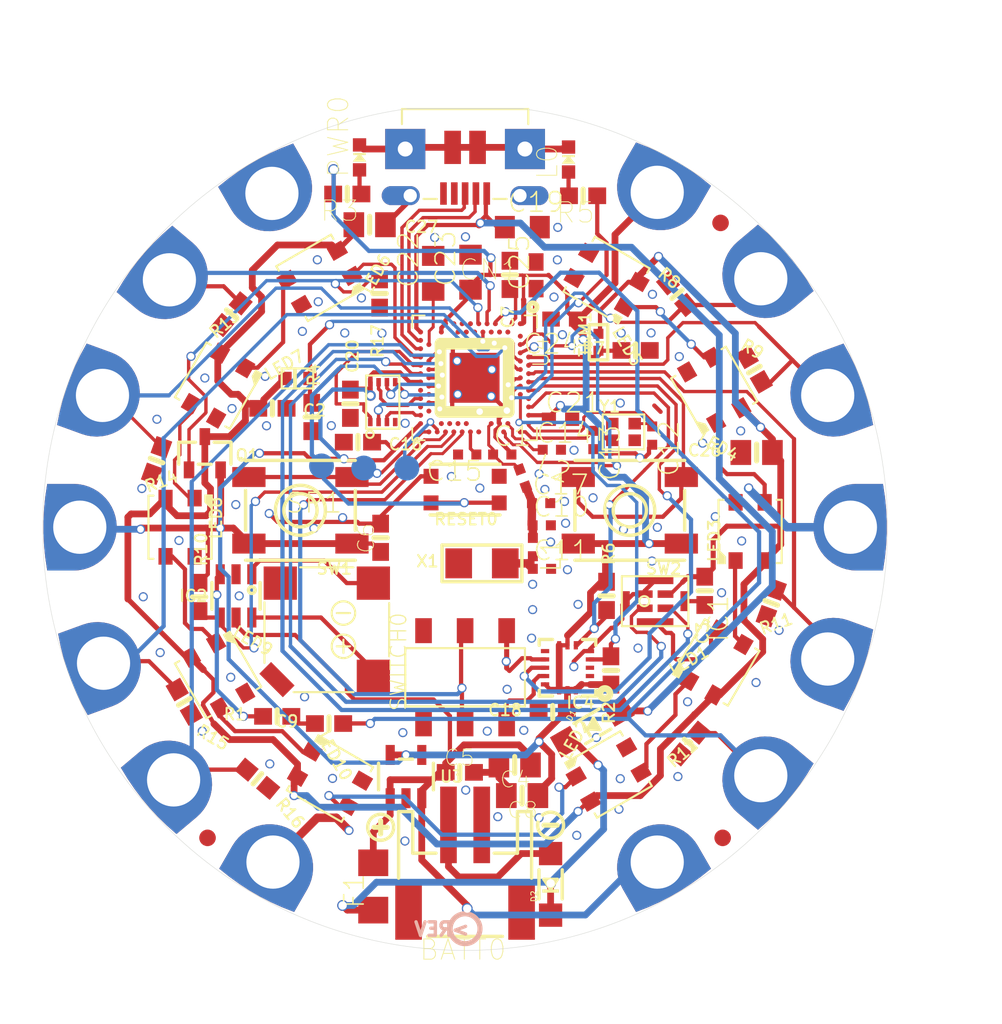
<source format=kicad_pcb>
(kicad_pcb (version 20211014) (generator pcbnew)
  (layers (0 "F.Cu" signal) (31 "B.Cu" signal) (34 "B.Paste" user) (35 "F.Paste" user) (36 "B.SilkS" user "B.Silkscreen") (37 "F.SilkS" user "F.Silkscreen") (38 "B.Mask" user) (39 "F.Mask" user) (44 "Edge.Cuts" user))
  (net 0 "")
  (net 1 "GND")
  (net 2 "N$1")
  (net 3 "D+")
  (net 4 "VCC")
  (net 5 "N$7")
  (net 6 "D13_LED")
  (net 7 "N$14")
  (net 8 "N$16")
  (net 9 "N$17")
  (net 10 "N$18")
  (net 11 "N$19")
  (net 12 "N$20")
  (net 13 "3.3V")
  (net 14 "N$11")
  (net 15 "N$12")
  (net 16 "D4_LEFTBUTTON")
  (net 17 "N$10")
  (net 18 "N$13")
  (net 19 "D-")
  (net 20 "A1")
  (net 21 "~{RESET}")
  (net 22 "SWDIO")
  (net 23 "D8_NEOPIX")
  (net 24 "TEMP_SENSE")
  (net 25 "N$3")
  (net 26 "LIS_SCL")
  (net 27 "LIS_SDA")
  (net 28 "D7_SLIDESWITCH")
  (net 29 "D5_RIGHTBUTTON")
  (net 30 "D24_LISIRQ")
  (net 31 "N$6")
  (net 32 "N$8")
  (net 33 "N$9")
  (net 34 "A2")
  (net 35 "A3")
  (net 36 "SWCLK")
  (net 37 "A5/SDA")
  (net 38 "A4/SCL")
  (net 39 "D1/TX")
  (net 40 "D0/A6/RX")
  (net 41 "VBUS")
  (net 42 "RF")
  (net 43 "N$22")
  (net 44 "N$23")
  (net 45 "DEC3")
  (net 46 "DEC5")
  (net 47 "DECUSB")
  (net 48 "DEC4_6")
  (net 49 "DEC1")
  (net 50 "QSPI_SCK")
  (net 51 "QSPI_DATA1")
  (net 52 "QSPI_DATA2")
  (net 53 "QSPI_DATA3")
  (net 54 "QSPI_CS")
  (net 55 "QSPI_DATA0")
  (net 56 "LIGHT")
  (net 57 "D12/SPEAKER")
  (net 58 "N$15")
  (net 59 "PDM_DAT")
  (net 60 "PDM_CLK")
  (net 61 "D11_SPEAKERSD")
  (net 62 "RF1")
  (net 63 "N$2")
  (net 64 "V+")
  (net 65 "NEOSENSE_SWITCH")
  (footprint "boardEagle:0603-NO" (layer "F.Cu") (at 161.992809 117.865445 -130)
    (fp_text reference "R12")
    (fp_text value "1M")
  )
  (footprint "boardEagle:SEWALLI" (layer "F.Cu") (at 165.9001 90.26108 -50)
    (fp_text reference "IO10" hide)
    (fp_text value "SEWTAP-ALLIGATOR" hide)
  )
  (footprint "boardEagle:LED3535" (layer "F.Cu") (at 131.3561 104.86608 -90)
    (fp_text reference "LED8")
    (fp_text value "WS2812B3535")
  )
  (footprint "boardEagle:4UCONN_20329_V2" (layer "F.Cu") (at 148.5011 84.03808 180)
    (fp_text reference "CN1")
    (fp_text value "MicroB USB")
  )
  (footprint "boardEagle:0603-NO" (layer "F.Cu") (at 140.317222 116.66438 180)
    (fp_text reference "C9")
    (fp_text value "0.1uF")
  )
  (footprint "boardEagle:0805-NO" (layer "F.Cu") (at 151.9301 120.99508 180)
    (fp_text reference "C8")
    (fp_text value "10uF")
  )
  (footprint "boardEagle:0603-NO" (layer "F.Cu") (at 157.274259 113.474142 -90)
    (fp_text reference "R2")
    (fp_text value "10K")
  )
  (footprint "boardEagle:BTN_KMR2_4.6X2.8" (layer "F.Cu") (at 148.5011 102.60548 180)
    (fp_text reference "RESET0")
    (fp_text value "KMR2")
  )
  (footprint "boardEagle:RESC0402_N" (layer "F.Cu") (at 151.969062 101.911337 -70)
    (fp_text reference "L2")
    (fp_text value "3.9nH")
  )
  (footprint "boardEagle:SYMBOL_MINUS" (layer "F.Cu") (at 153.6446 122.77308)
    (fp_text reference "U$1" hide)
    (fp_text value "" hide)
  )
  (footprint "boardEagle:0603-NO" (layer "F.Cu") (at 143.360135 90.819877 -90)
    (fp_text reference "R17")
    (fp_text value "100K")
  )
  (footprint "boardEagle:SEWALLI" (layer "F.Cu") (at 131.1021 90.32458 50)
    (fp_text reference "SCL0" hide)
    (fp_text value "SEWTAP-ALLIGATOR" hide)
  )
  (footprint "boardEagle:LGA16_3X3MM" (layer "F.Cu") (at 154.6606 113.31158 180)
    (fp_text reference "IC4")
    (fp_text value "LIS3DH")
  )
  (footprint "boardEagle:RESC0402_N" (layer "F.Cu") (at 153.718259 100.210259)
    (fp_text reference "C14")
    (fp_text value "100pF NP0 5%")
  )
  (footprint "boardEagle:LED3535" (layer "F.Cu") (at 163.4871 96.61108 120)
    (fp_text reference "LED4")
    (fp_text value "WS2812B3535")
  )
  (footprint "boardEagle:LED3535" (layer "F.Cu") (at 139.7381 89.88008 -150)
    (fp_text reference "LED6")
    (fp_text value "WS2812B3535")
  )
  (footprint "boardEagle:0603-NO" (layer "F.Cu") (at 137.1981 116.23258 180)
    (fp_text reference "R1")
    (fp_text value "47K")
  )
  (footprint "boardEagle:SEWALLI" (layer "F.Cu") (at 169.8371 97.11908 -70)
    (fp_text reference "IO9" hide)
    (fp_text value "SEWTAP-ALLIGATOR" hide)
  )
  (footprint "boardEagle:RESC0402_N" (layer "F.Cu") (at 156.215078 99.623518 -90)
    (fp_text reference "C13")
    (fp_text value "12pF")
  )
  (footprint "boardEagle:0603-NO" (layer "F.Cu") (at 136.005447 119.98183 -40)
    (fp_text reference "R16")
    (fp_text value "1M")
  )
  (footprint "boardEagle:0603-NO" (layer "F.Cu") (at 148.1836 119.59808)
    (fp_text reference "C5")
    (fp_text value "1uF")
  )
  (footprint "boardEagle:0603-NO" (layer "F.Cu") (at 141.599919 97.446734 90)
    (fp_text reference "C20")
    (fp_text value "0.1uF X7R 10%")
  )
  (footprint "boardEagle:SYMBOL_PLUS" (layer "F.Cu") (at 143.4211 122.90008)
    (fp_text reference "U$35" hide)
    (fp_text value "" hide)
  )
  (footprint "boardEagle:SEWALLI" (layer "F.Cu") (at 165.9001 119.47108 -130)
    (fp_text reference "IO12" hide)
    (fp_text value "SEWTAP-ALLIGATOR" hide)
  )
  (footprint "boardEagle:RESC0402_N" (layer "F.Cu") (at 148.6281 100.49728 180)
    (fp_text reference "C15")
    (fp_text value "820pF NP0 5%")
  )
  (footprint "boardEagle:LED3535" (layer "F.Cu") (at 133.6421 113.75608 -60)
    (fp_text reference "LED9")
    (fp_text value "WS2812B3535")
  )
  (footprint "boardEagle:RESC0603_N" (layer "F.Cu") (at 154.4701 92.35658 180)
    (fp_text reference "C24")
    (fp_text value "1uF X7R 10%")
  )
  (footprint "boardEagle:LED3535" (layer "F.Cu") (at 133.6421 96.35708 -120)
    (fp_text reference "LED7")
    (fp_text value "WS2812B3535")
  )
  (footprint "boardEagle:0603-NO" (layer "F.Cu") (at 141.4145 84.840721 180)
    (fp_text reference "R3")
    (fp_text value "10K")
  )
  (footprint "boardEagle:0805-NO" (layer "F.Cu") (at 151.4856 119.15358 180)
    (fp_text reference "C4")
    (fp_text value "10uF")
  )
  (footprint "boardEagle:BUZZER_SMT_7.5MM" (layer "F.Cu") (at 140.1826 111.02558)
    (fp_text reference "SP1")
    (fp_text value "7.5mm SPK")
  )
  (footprint "boardEagle:RESC0805_N" (layer "F.Cu") (at 151.9936 86.83208)
    (fp_text reference "C19")
    (fp_text value "10uF X5R")
  )
  (footprint "boardEagle:EVQ-Q2_SMALLER" (layer "F.Cu") (at 138.5951 103.85008 180)
    (fp_text reference "SW1")
    (fp_text value "EVQQ")
  )
  (footprint "boardEagle:SOD-123" (layer "F.Cu") (at 156.158296 116.83038 30)
    (fp_text reference "D1")
    (fp_text value "MBR120")
  )
  (footprint "boardEagle:SEWALLI" (layer "F.Cu") (at 137.1346 85.24458 30)
    (fp_text reference "GND3TAP0" hide)
    (fp_text value "SEWTAP-ALLIGATOR" hide)
  )
  (footprint "boardEagle:ALS-PT19-315C" (layer "F.Cu") (at 138.4173 95.92528)
    (fp_text reference "U2" hide)
    (fp_text value "ALS-PT19-315C" hide)
  )
  (footprint "boardEagle:0603-NO" (layer "F.Cu") (at 153.7716 115.97858 180)
    (fp_text reference "C18")
    (fp_text value "1uF")
  )
  (footprint "boardEagle:JSTPH2" (layer "F.Cu") (at 148.5011 126.45608 180)
    (fp_text reference "BATT0")
    (fp_text value "3-6VDC")
  )
  (footprint "boardEagle:0603-NO" (layer "F.Cu") (at 134.4549 92.06448 -130)
    (fp_text reference "R13")
    (fp_text value "1M")
  )
  (footprint "boardEagle:0603-NO" (layer "F.Cu") (at 157.0101 108.99358 90)
    (fp_text reference "R6")
    (fp_text value "10K")
  )
  (footprint "boardEagle:CPLAY_BLUEFRUIT_TOP" (layer "F.Cu") (at 123.1011 130.26608)
    (fp_text reference "U$44" hide)
    (fp_text value "" hide)
  )
  (footprint "boardEagle:SEWALLI" (layer "F.Cu") (at 159.8041 85.18108 -30)
    (fp_text reference "UNK3V3TAP2" hide)
    (fp_text value "SEWTAP-ALLIGATOR" hide)
  )
  (footprint "boardEagle:SEWALLI" (layer "F.Cu") (at 137.1981 124.55108 150)
    (fp_text reference "GNDTAP2" hide)
    (fp_text value "SEWTAP-ALLIGATOR" hide)
  )
  (footprint "boardEagle:LED3535" (layer "F.Cu") (at 165.6461 105.12008 90)
    (fp_text reference "LED3")
    (fp_text value "WS2812B3535")
  )
  (footprint "boardEagle:CHIPLED_0603_NOOUTLINE" (layer "F.Cu") (at 142.1511 82.64108)
    (fp_text reference "PWR0")
    (fp_text value "GREEN")
  )
  (footprint "boardEagle:RESC0603_N" (layer "F.Cu") (at 152.7683 89.72768 90)
    (fp_text reference "C25")
    (fp_text value "1uF X7R 10%")
  )
  (footprint "boardEagle:RESC0805_N" (layer "F.Cu") (at 146.5834 89.56004 90)
    (fp_text reference "C22")
    (fp_text value "4.7uF X7S 10%")
  )
  (footprint "boardEagle:LED3535" (layer "F.Cu") (at 163.6141 112.99408 60)
    (fp_text reference "LED1")
    (fp_text value "WS2812B3535")
  )
  (footprint "boardEagle:0603-NO" (layer "F.Cu") (at 165.9001 95.39188 120)
    (fp_text reference "R9")
    (fp_text value "1M")
  )
  (footprint "boardEagle:0603-NO" (layer "F.Cu") (at 136.91041 97.720874)
    (fp_text reference "C2")
    (fp_text value "1uF")
  )
  (footprint "boardEagle:LED3535" (layer "F.Cu") (at 157.1371 119.72508 30)
    (fp_text reference "LED2")
    (fp_text value "WS2812B3535")
  )
  (footprint "boardEagle:0603-NO" (layer "F.Cu") (at 158.757628 94.241265 180)
    (fp_text reference "R7")
    (fp_text value "10K")
  )
  (footprint "boardEagle:0805-NO" (layer "F.Cu") (at 166.037259 100.375362 180)
    (fp_text reference "C26")
    (fp_text value "10uF")
  )
  (footprint "boardEagle:0603-NO" (layer "F.Cu") (at 131.6101 115.35628 -60)
    (fp_text reference "R15")
    (fp_text value "1M")
  )
  (footprint "boardEagle:RESC0603_L" (layer "F.Cu") (at 154.241503 98.378927)
    (fp_text reference "C21")
    (fp_text value "0.1uF X7R 10%")
  )
  (footprint "boardEagle:FIDUCIAL_1MM" (layer "F.Cu") (at 133.0071 123.53508)
    (fp_text reference "U$3" hide)
    (fp_text value "FIDUCIAL_1MM" hide)
  )
  (footprint "boardEagle:FIDUCIAL_1MM" (layer "F.Cu") (at 163.8681 86.57808)
    (fp_text reference "U$2" hide)
    (fp_text value "FIDUCIAL_1MM" hide)
  )
  (footprint "boardEagle:SEWALLI" (layer "F.Cu") (at 171.1706 104.86608 -90)
    (fp_text reference "GNDTAP0" hide)
    (fp_text value "SEWTAP-ALLIGATOR" hide)
  )
  (footprint "boardEagle:SEWALLI" (layer "F.Cu") (at 127.2286 112.86708 110)
    (fp_text reference "RX0" hide)
    (fp_text value "SEWTAP-ALLIGATOR" hide)
  )
  (footprint "boardEagle:0603-NO" (layer "F.Cu") (at 129.941325 100.857959 -110)
    (fp_text reference "R14")
    (fp_text value "1M")
  )
  (footprint "boardEagle:RESC0402_N" (layer "F.Cu") (at 150.7363 100.49728)
    (fp_text reference "C1")
    (fp_text value "1pF NP0")
  )
  (footprint "boardEagle:SOT23-6" (layer "F.Cu") (at 134.7216 108.99358 180)
    (fp_text reference "IC2")
    (fp_text value "PAM8301")
  )
  (footprint "boardEagle:CRYSTAL_2X1.6" (layer "F.Cu") (at 158.028643 99.140921)
    (fp_text reference "Y1")
    (fp_text value "32MHz")
  )
  (footprint "boardEagle:0603-NO" (layer "F.Cu") (at 162.9156 108.68878 -90)
    (fp_text reference "C3")
    (fp_text value "1uF")
  )
  (footprint "boardEagle:0603-NO" (layer "F.Cu") (at 142.054588 99.753065)
    (fp_text reference "C16")
    (fp_text value "0.1uF X7R 10%")
  )
  (footprint "boardEagle:0805-NO" (layer "F.Cu") (at 142.75816 86.687305)
    (fp_text reference "C27")
    (fp_text value "10uF")
  )
  (footprint "boardEagle:SOT23-5" (layer "F.Cu") (at 144.9451 119.85208)
    (fp_text reference "U3")
    (fp_text value "AP2112K-3.3")
  )
  (footprint "boardEagle:0603-NO" (layer "F.Cu") (at 161.2519 90.860521 130)
    (fp_text reference "R8")
    (fp_text value "1M")
  )
  (footprint "boardEagle:RESC0402_N" (layer "F.Cu") (at 153.0731 103.41828)
    (fp_text reference "C17")
    (fp_text value "1pF NP0")
  )
  (footprint "boardEagle:0603-NO" (layer "F.Cu") (at 155.6004 84.947399 180)
    (fp_text reference "R5")
    (fp_text value "4.7K")
  )
  (footprint "boardEagle:0603-NO" (layer "F.Cu") (at 132.4991 109.05708 90)
    (fp_text reference "R10")
    (fp_text value "100K")
  )
  (footprint "boardEagle:USON8" (layer "F.Cu") (at 143.5481 97.34768 90)
    (fp_text reference "IC3" hide)
    (fp_text value "GD25Q16" hide)
  )
  (footprint "boardEagle:SOT23-R" (layer "F.Cu") (at 132.844538 100.421077)
    (fp_text reference "Q1")
    (fp_text value "DMG3405")
  )
  (footprint "boardEagle:SEWALLI" (layer "F.Cu") (at 169.8371 112.61308 -110)
    (fp_text reference "D6" hide)
    (fp_text value "SEWTAP-ALLIGATOR" hide)
  )
  (footprint "boardEagle:CHIPLED_0603_NOOUTLINE" (layer "F.Cu") (at 154.7241 82.76808)
    (fp_text reference "L0")
    (fp_text value "RED")
  )
  (footprint "boardEagle:0603-NO" (layer "F.Cu") (at 166.9161 109.41268 -110)
    (fp_text reference "R11")
    (fp_text value "1M")
  )
  (footprint "boardEagle:0603-NO" (layer "F.Cu") (at 151.19604 89.70228 -90)
    (fp_text reference "C7")
    (fp_text value "0.1uF X7R 10%")
  )
  (footprint "boardEagle:SOD-123" (layer "F.Cu") (at 153.6446 126.32908 90)
    (fp_text reference "D2")
    (fp_text value "MBR120")
  )
  (footprint "boardEagle:_0402" (layer "F.Cu") (at 156.522421 93.751046 90)
    (fp_text reference "THM1")
    (fp_text value "THERM")
  )
  (footprint "boardEagle:EVQ-Q2_SMALLER" (layer "F.Cu") (at 158.4071 103.85008 180)
    (fp_text reference "SW2")
    (fp_text value "EVQQ")
  )
  (footprint "boardEagle:0603-NO" (layer "F.Cu") (at 143.4211 105.50108 90)
    (fp_text reference "C6")
    (fp_text value "1uF")
  )
  (footprint "boardEagle:R1206" (layer "F.Cu") (at 142.9766 126.45608 90)
    (fp_text reference "F1")
    (fp_text value "6V+ 500mA")
  )
  (footprint "boardEagle:SPK0415HM4H" (layer "F.Cu") (at 159.9311 109.31108 90)
    (fp_text reference "IC1")
    (fp_text value "MIC_PDM")
  )
  (footprint "boardEagle:EG1390" (layer "F.Cu") (at 148.5011 113.88308)
    (fp_text reference "SWITCH0")
    (fp_text value "EG1390")
  )
  (footprint "boardEagle:SEWALLI" (layer "F.Cu") (at 159.8041 124.55108 -150)
    (fp_text reference "VCC2" hide)
    (fp_text value "SEWTAP-ALLIGATOR" hide)
  )
  (footprint "boardEagle:RESC0402_N" (layer "F.Cu") (at 152.5778 106.05988 -90)
    (fp_text reference "L1")
    (fp_text value "3.9nH")
  )
  (footprint "boardEagle:SEWALLI" (layer "F.Cu") (at 125.8316 104.86608 90)
    (fp_text reference "UNK3.3VTAP0" hide)
    (fp_text value "SEWTAP-ALLIGATOR" hide)
  )
  (footprint "boardEagle:LED3535" (layer "F.Cu") (at 140.3731 119.97908 -30)
    (fp_text reference "LED10")
    (fp_text value "WS2812B3535")
  )
  (footprint "boardEagle:RESC0402_N" (layer "F.Cu") (at 159.75584 99.359359 -90)
    (fp_text reference "C12")
    (fp_text value "12pF")
  )
  (footprint "boardEagle:SEWALLI" (layer "F.Cu") (at 131.3561 119.72508 130)
    (fp_text reference "TX0" hide)
    (fp_text value "SEWTAP-ALLIGATOR" hide)
  )
  (footprint "boardEagle:0603-NO" (layer "F.Cu") (at 139.275825 98.241762 90)
    (fp_text reference "R4")
    (fp_text value "10K")
  )
  (footprint "boardEagle:SEWALLI" (layer "F.Cu") (at 127.1651 97.11908 70)
    (fp_text reference "SDA0" hide)
    (fp_text value "SEWTAP-ALLIGATOR" hide)
  )
  (footprint "boardEagle:RESC0805_N" (layer "F.Cu") (at 148.826221 89.488921 90)
    (fp_text reference "C23")
    (fp_text value "10uF X5R")
  )
  (footprint "boardEagle:FIDUCIAL_1MM" (layer "F.Cu") (at 163.9951 123.53508)
    (fp_text reference "U$6" hide)
    (fp_text value "FIDUCIAL_1MM" hide)
  )
  (footprint "boardEagle:ANT_2450AT18B100" (layer "F.Cu") (at 149.5171 107.03778 180)
    (fp_text reference "X1")
    (fp_text value "2450AT18B100")
  )
  (footprint "boardEagle:AQFN50P700X800X85_HS-74N_SMALLCENTER" (layer "F.Cu") (at 149.0726 95.88718 -90)
    (fp_text reference "U4")
    (fp_text value "NRF52840")
  )
  (footprint "boardEagle:RESC0402_N" (layer "F.Cu") (at 153.1239 107.36798)
    (fp_text reference "C11")
    (fp_text value "1pF NP0")
  )
  (footprint "boardEagle:LED3535" (layer "F.Cu") (at 157.0101 90.00708 150)
    (fp_text reference "LED5")
    (fp_text value "WS2812B3535")
  )
  (footprint "boardEagle:RESC0402_N" (layer "F.Cu") (at 153.1112 104.75178)
    (fp_text reference "C10")
    (fp_text value "1pF NP0")
  )
  (footprint "boardEagle:TESTPOINT_ROUND_1.5MM_NO" (layer "B.Cu") (at 142.4051 101.31008 -90)
    (fp_text reference "TP2" hide)
    (fp_text value "" hide)
  )
  (footprint "boardEagle:TESTPOINT_ROUND_1.5MM_NO" (layer "B.Cu") (at 139.8651 101.18308 -90)
    (fp_text reference "TP3" hide)
    (fp_text value "" hide)
  )
  (footprint "boardEagle:CPLAY_BLUEFRUIT_BOT" (layer "B.Cu") (at 173.9011 130.26608 180)
    (fp_text reference "U$16" hide)
    (fp_text value "" hide)
  )
  (footprint "boardEagle:TESTPOINT_ROUND_1.5MM_NO" (layer "B.Cu") (at 144.9959 101.31008 -90)
    (fp_text reference "TP1" hide)
    (fp_text value "" hide)
  )
  (footprint "boardEagle:PCBFEAT-REV-040" (layer "B.Cu") (at 148.5011 128.99608 180)
    (fp_text reference "U$7" hide)
    (fp_text value "" hide)
  )
  (gr_line (start 145.0086 79.72008) (end 151.9936 79.72008) (layer "Edge.Cuts") (width 0.05))
  (gr_arc (start 151.9936 79.72008) (mid 148.5011 130.299419) (end 145.0086 79.72008) (layer "Edge.Cuts") (width 0.0254))
  (segment (start 155.04165 112.93053) (end 155.04165 113.24808) (width 0.254) (layer "F.Cu") (net 1))
  (segment (start 153.3106 112.81158) (end 152.5096 112.81158) (width 0.254) (layer "F.Cu") (net 1))
  (segment (start 143.70816 86.687305) (end 145.2011 85.194365) (width 0.3048) (layer "F.Cu") (net 1))
  (segment (start 145.0011 82.03808) (end 144.9011 82.13808) (width 0.4064) (layer "F.Cu") (net 1))
  (segment (start 159.5628 100.42108) (end 159.2834 100.70048) (width 0.254) (layer "F.Cu") (net 1))
  (segment (start 150.5726 98.63718) (end 150.5726 98.76418) (width 0.2286) (layer "F.Cu") (net 1))
  (segment (start 149.0726 95.88718) (end 149.0726 95.91258) (width 0.254) (layer "F.Cu") (net 1))
  (segment (start 149.2511 82.03808) (end 152.0011 82.03808) (width 0.4064) (layer "F.Cu") (net 1))
  (segment (start 151.0011 113.33508) (end 151.1681 113.50208) (width 0.254) (layer "F.Cu") (net 1))
  (segment (start 149.0726 95.91258) (end 151.0157 97.85568) (width 0.254) (layer "F.Cu") (net 1))
  (segment (start 150.3186 99.44458) (end 151.2863 100.41228) (width 0.254) (layer "F.Cu") (net 1))
  (segment (start 144.9011 82.13808) (end 142.3981 82.13808) (width 0.4064) (layer "F.Cu") (net 1))
  (segment (start 150.5356 119.15358) (end 150.5356 119.91808) (width 0.4064) (layer "F.Cu") (net 1))
  (segment (start 152.4381 112.74008) (end 151.9301 112.74008) (width 0.254) (layer "F.Cu") (net 1))
  (segment (start 156.0106 112.31158) (end 155.6606 112.31158) (width 0.254) (layer "F.Cu") (net 1))
  (segment (start 150.5356 119.91808) (end 150.9801 120.36258) (width 0.4064) (layer "F.Cu") (net 1))
  (segment (start 140.7541 122.32858) (end 141.5161 123.09058) (width 0.508) (layer "F.Cu") (net 1))
  (segment (start 162.6616 112.80358) (end 163.2966 112.16858) (width 0.254) (layer "F.Cu") (net 1))
  (segment (start 149.0336 119.59808) (end 150.0911 119.59808) (width 0.4064) (layer "F.Cu") (net 1))
  (segment (start 151.8226 94.38718) (end 152.599946 94.02028) (width 0.2032) (layer "F.Cu") (net 1))
  (segment (start 157.297121 110.913817) (end 156.0106 112.200339) (width 0.254) (layer "F.Cu") (net 1))
  (segment (start 156.215078 100.173518) (end 156.539015 100.173518) (width 0.254) (layer "F.Cu") (net 1))
  (segment (start 137.2235 104.54858) (end 136.7155 104.04058) (width 0.254) (layer "F.Cu") (net 1))
  (segment (start 150.9801 120.36258) (end 150.9801 120.99508) (width 0.4064) (layer "F.Cu") (net 1))
  (segment (start 157.373321 100.436321) (end 157.383481 100.426162) (width 0.254) (layer "F.Cu") (net 1))
  (segment (start 158.1811 109.31108) (end 157.957518 109.534661) (width 0.254) (layer "F.Cu") (net 1))
  (segment (start 159.3061 108.88608) (end 158.6061 108.88608) (width 0.254) (layer "F.Cu") (net 1))
  (segment (start 149.0726 95.88718) (end 147.7645 94.57908) (width 0.254) (layer "F.Cu") (net 1))
  (segment (start 159.2834 100.70048) (end 159.0167 100.70048) (width 0.254) (layer "F.Cu") (net 1))
  (segment (start 151.9301 112.74008) (end 151.1681 113.50208) (width 0.254) (layer "F.Cu") (net 1))
  (segment (start 151.0011 115.44708) (end 151.0011 116.68308) (width 0.254) (layer "F.Cu") (net 1))
  (segment (start 152.1011 82.13808) (end 154.3041 82.13808) (width 0.4064) (layer "F.Cu") (net 1))
  (segment (start 162.6879 109.31108) (end 162.9156 109.53878) (width 0.254) (layer "F.Cu") (net 1))
  (segment (start 157.424121 110.913817) (end 157.297121 110.913817) (width 0.254) (layer "F.Cu") (net 1))
  (segment (start 160.5861 111.21608) (end 160.8836 111.21608) (width 0.254) (layer "F.Cu") (net 1))
  (segment (start 152.2476 115.28008) (end 151.1681 115.28008) (width 0.254) (layer "F.Cu") (net 1))
  (segment (start 158.742381 100.426162) (end 159.0167 100.70048) (width 0.254) (layer "F.Cu") (net 1))
  (segment (start 152.6286 114.12438) (end 152.6286 114.89908) (width 0.254) (layer "F.Cu") (net 1))
  (segment (start 142.1266 104.65108) (end 142.0241 104.54858) (width 0.254) (layer "F.Cu") (net 1))
  (segment (start 156.539015 100.173518) (end 156.801818 100.436321) (width 0.254) (layer "F.Cu") (net 1))
  (segment (start 159.9311 110.56108) (end 160.5861 111.21608) (width 0.254) (layer "F.Cu") (net 1))
  (segment (start 160.8836 111.21608) (end 161.0106 111.34308) (width 0.254) (layer "F.Cu") (net 1))
  (segment (start 157.957518 110.38042) (end 157.424121 110.913817) (width 0.254) (layer "F.Cu") (net 1))
  (segment (start 150.3186 99.01818) (end 150.3186 99.44458) (width 0.2286) (layer "F.Cu") (net 1))
  (segment (start 151.0157 97.85568) (end 150.5274 98.34398) (width 0.254) (layer "F.Cu") (net 1))
  (segment (start 136.9441 124.99102) (end 139.606541 122.32858) (width 0.508) (layer "F.Cu") (net 1))
  (segment (start 147.7264 97.23338) (end 147.7264 97.91918) (width 0.254) (layer "F.Cu") (net 1))
  (segment (start 156.801818 100.436321) (end 157.373321 100.436321) (width 0.254) (layer "F.Cu") (net 1))
  (segment (start 157.957518 109.534661) (end 157.957518 110.38042) (width 0.254) (layer "F.Cu") (net 1))
  (segment (start 142.0241 104.54858) (end 137.2235 104.54858) (width 0.254) (layer "F.Cu") (net 1))
  (segment (start 145.8467 101.80548) (end 146.4511 101.80548) (width 0.254) (layer "F.Cu") (net 1))
  (segment (start 155.6606 112.31158) (end 155.04165 112.93053) (width 0.254) (layer "F.Cu") (net 1))
  (segment (start 139.606541 122.32858) (end 140.7541 122.32858) (width 0.508) (layer "F.Cu") (net 1))
  (segment (start 152.5096 112.81158) (end 152.4381 112.74008) (width 0.254) (layer "F.Cu") (net 1))
  (segment (start 150.5274 98.34398) (end 150.5274 98.59198) (width 0.254) (layer "F.Cu") (net 1))
  (segment (start 159.9311 108.06108) (end 159.3061 108.68608) (width 0.254) (layer "F.Cu") (net 1))
  (segment (start 152.0011 82.03808) (end 152.1011 82.13808) (width 0.4064) (layer "F.Cu") (net 1))
  (segment (start 159.3061 108.68608) (end 159.3061 108.88608) (width 0.254) (layer "F.Cu") (net 1))
  (segment (start 147.7511 82.03808) (end 149.2511 82.03808) (width 0.4064) (layer "F.Cu") (net 1))
  (segment (start 150.0911 119.59808) (end 150.5356 119.15358) (width 0.4064) (layer "F.Cu") (net 1))
  (segment (start 158.6061 108.88608) (end 158.1811 109.31108) (width 0.254) (layer "F.Cu") (net 1))
  (segment (start 145.2011 85.194365) (end 145.2011 84.93808) (width 0.3048) (layer "F.Cu") (net 1))
  (segment (start 152.9414 113.81158) (end 152.6286 114.12438) (width 0.254) (layer "F.Cu") (net 1))
  (segment (start 143.4211 104.65108) (end 142.1266 104.65108) (width 0.254) (layer "F.Cu") (net 1))
  (segment (start 143.4211 104.65108) (end 143.4211 104.23108) (width 0.254) (layer "F.Cu") (net 1))
  (segment (start 143.4211 104.23108) (end 145.8467 101.80548) (width 0.254) (layer "F.Cu") (net 1))
  (segment (start 151.1681 115.28008) (end 151.0011 115.44708) (width 0.254) (layer "F.Cu") (net 1))
  (segment (start 161.0106 112.61308) (end 161.2011 112.80358) (width 0.254) (layer "F.Cu") (net 1))
  (segment (start 154.3041 82.13808) (end 154.7241 82.01808) (width 0.4064) (layer "F.Cu") (net 1))
  (segment (start 163.2966 112.16858) (end 163.2966 111.475758) (width 0.254) (layer "F.Cu") (net 1))
  (segment (start 142.3981 82.13808) (end 142.1511 81.89108) (width 0.4064) (layer "F.Cu") (net 1))
  (segment (start 149.0726 95.53158) (end 149.0726 95.88718) (width 0.254) (layer "F.Cu") (net 1))
  (segment (start 161.2011 112.80358) (end 162.6616 112.80358) (width 0.254) (layer "F.Cu") (net 1))
  (segment (start 156.0106 112.200339) (end 156.0106 112.31158) (width 0.254) (layer "F.Cu") (net 1))
  (segment (start 151.2863 100.41228) (end 151.2863 100.49728) (width 0.254) (layer "F.Cu") (net 1))
  (segment (start 163.2966 111.475758) (end 163.731325 111.041033) (width 0.254) (layer "F.Cu") (net 1))
  (segment (start 150.5726 98.76418) (end 150.3186 99.01818) (width 0.2032) (layer "F.Cu") (net 1))
  (segment (start 153.3106 113.81158) (end 152.9414 113.81158) (width 0.254) (layer "F.Cu") (net 1))
  (segment (start 157.383481 100.426162) (end 158.742381 100.426162) (width 0.254) (layer "F.Cu") (net 1))
  (segment (start 147.7645 94.57908) (end 147.7645 94.19808) (width 0.254) (layer "F.Cu") (net 1))
  (segment (start 161.0106 111.34308) (end 161.0106 112.61308) (width 0.254) (layer "F.Cu") (net 1))
  (segment (start 159.735518 99.909359) (end 159.75584 99.909359) (width 0.254) (layer "F.Cu") (net 1))
  (segment (start 147.7511 82.03808) (end 145.0011 82.03808) (width 0.4064) (layer "F.Cu") (net 1))
  (segment (start 159.75584 99.909359) (end 159.5628 100.102399) (width 0.254) (layer "F.Cu") (net 1))
  (segment (start 150.5726 98.63718) (end 150.5274 98.59198) (width 0.254) (layer "F.Cu") (net 1))
  (segment (start 159.5628 100.102399) (end 159.5628 100.42108) (width 0.254) (layer "F.Cu") (net 1))
  (segment (start 161.6811 109.31108) (end 162.6879 109.31108) (width 0.254) (layer "F.Cu") (net 1))
  (segment (start 149.0726 95.88718) (end 147.7264 97.23338) (width 0.254) (layer "F.Cu") (net 1))
  (segment (start 151.0011 111.08308) (end 151.0011 113.33508) (width 0.3048) (layer "F.Cu") (net 1))
  (segment (start 159.88284 97.553421) (end 160.2613 97.93188) (width 0.254) (layer "F.Cu") (net 1))
  (segment (start 152.6286 114.89908) (end 152.2476 115.28008) (width 0.254) (layer "F.Cu") (net 1))
  (segment (start 152.599946 94.02028) (end 152.654 94.02028) (width 0.2286) (layer "F.Cu") (net 1))
  (via (at 138.711941 93.095721) (size 0.5461) (drill 0.3937) (layers "F.Cu" "B.Cu") (net 1))
  (via (at 156.4005 117.50258) (size 0.5461) (drill 0.3937) (layers "F.Cu" "B.Cu") (net 1))
  (via (at 152.5651 108.29508) (size 0.5461) (drill 0.3937) (layers "F.Cu" "B.Cu") (net 1))
  (via (at 141.5161 123.09058) (size 0.5461) (drill 0.3937) (layers "F.Cu" "B.Cu") (net 1))
  (via (at 144.757141 117.21048) (size 0.5461) (drill 0.3937) (layers "F.Cu" "B.Cu") (net 1))
  (via (at 139.666982 91.31518) (size 0.5461) (drill 0.3937) (layers "F.Cu" "B.Cu") (net 1))
  (via (at 144.8943 98.61768) (size 0.5461) (drill 0.3937) (layers "F.Cu" "B.Cu") (net 1))
  (via (at 163.9316 108.80308) (size 0.5461) (drill 0.3937) (layers "F.Cu" "B.Cu") (net 1))
  (via (at 153.6446 105.75508) (size 0.5461) (drill 0.3937) (layers "F.Cu" "B.Cu") (net 1))
  (via (at 165.562278 102.506415) (size 0.5461) (drill 0.3937) (layers "F.Cu" "B.Cu") (net 1))
  (via (at 152.953721 101.660602) (size 0.5461) (drill 0.3937) (layers "F.Cu" "B.Cu") (net 1))
  (via (at 151.0284 114.60698) (size 0.5461) (drill 0.3937) (layers "F.Cu" "B.Cu") (net 1))
  (via (at 152.5651 109.81908) (size 0.5461) (drill 0.3937) (layers "F.Cu" "B.Cu") (net 1))
  (via (at 141.264641 93.19224) (size 0.5461) (drill 0.3937) (layers "F.Cu" "B.Cu") (net 1))
  (via (at 155.2956 109.50158) (size 0.5461) (drill 0.3937) (layers "F.Cu" "B.Cu") (net 1))
  (via (at 161.30275 119.85208) (size 0.5461) (drill 0.3937) (layers "F.Cu" "B.Cu") (net 1))
  (via (at 150.4696 122.26508) (size 0.5461) (drill 0.3937) (layers "F.Cu" "B.Cu") (net 1))
  (via (at 166.00175 114.20058) (size 0.5461) (drill 0.3937) (layers "F.Cu" "B.Cu") (net 1))
  (via (at 157.833059 97.403562) (size 0.5461) (drill 0.3937) (layers "F.Cu" "B.Cu") (net 1))
  (via (at 150.0759 96.99208) (size 0.5461) (drill 0.3937) (layers "F.Cu" "B.Cu") (net 1))
  (via (at 142.265404 91.086584) (size 0.5461) (drill 0.3937) (layers "F.Cu" "B.Cu") (net 1))
  (via (at 148.0185 94.87118) (size 0.5461) (drill 0.3937) (layers "F.Cu" "B.Cu") (net 1))
  (via (at 159.0167 100.70048) (size 0.5461) (drill 0.3937) (layers "F.Cu" "B.Cu") (net 1))
  (via (at 136.7155 104.04058) (size 0.5461) (drill 0.3937) (layers "F.Cu" "B.Cu") (net 1))
  (via (at 147.6756 101.81808) (size 0.5461) (drill 0.3937) (layers "F.Cu" "B.Cu") (net 1))
  (via (at 157.888943 93.192243) (size 0.5461) (drill 0.3937) (layers "F.Cu" "B.Cu") (net 1))
  (via (at 149.8346 117.12158) (size 0.5461) (drill 0.3937) (layers "F.Cu" "B.Cu") (net 1))
  (via (at 134.4803 97.733762) (size 0.5461) (drill 0.3937) (layers "F.Cu" "B.Cu") (net 1))
  (via (at 161.88695 115.35628) (size 0.5461) (drill 0.3937) (layers "F.Cu" "B.Cu") (net 1))
  (via (at 165.079678 99.077415) (size 0.5461) (drill 0.3937) (layers "F.Cu" "B.Cu") (net 1))
  (via (at 149.3774 97.91918) (size 0.5461) (drill 0.3937) (layers "F.Cu" "B.Cu") (net 1))
  (via (at 159.771081 90.86814) (size 0.5461) (drill 0.3937) (layers "F.Cu" "B.Cu") (net 1))
  (via (at 150.9776 112.93058) (size 0.5461) (drill 0.3937) (layers "F.Cu" "B.Cu") (net 1))
  (via (at 148.5392 120.66488) (size 0.5461) (drill 0.3937) (layers "F.Cu" "B.Cu") (net 1))
  (via (at 134.4041 113.88308) (size 0.5461) (drill 0.3937) (layers "F.Cu" "B.Cu") (net 1))
  (via (at 152.0317 117.07078) (size 0.5461) (drill 0.3937) (layers "F.Cu" "B.Cu") (net 1))
  (via (at 138.844022 115.059098) (size 0.5461) (drill 0.3937) (layers "F.Cu" "B.Cu") (net 1))
  (via (at 155.2194 123.38268) (size 0.5461) (drill 0.3937) (layers "F.Cu" "B.Cu") (net 1))
  (via (at 163.5506 104.23108) (size 0.5461) (drill 0.3937) (layers "F.Cu" "B.Cu") (net 1))
  (via (at 156.1973 103.10078) (size 0.5461) (drill 0.3937) (layers "F.Cu" "B.Cu") (net 1))
  (via (at 152.654 94.02028) (size 0.5461) (drill 0.3937) (layers "F.Cu" "B.Cu") (net 1))
  (via (at 151.0157 97.85568) (size 0.5461) (drill 0.3937) (layers "F.Cu" "B.Cu") (net 1))
  (via (at 152.9461 122.32858) (size 0.5461) (drill 0.3937) (layers "F.Cu" "B.Cu") (net 1))
  (via (at 154.3558 93.29638) (size 0.5461) (drill 0.3937) (layers "F.Cu" "B.Cu") (net 1))
  (via (at 134.7089 103.50718) (size 0.5461) (drill 0.3937) (layers "F.Cu" "B.Cu") (net 1))
  (via (at 157.756862 121.812958) (size 0.5461) (drill 0.3937) (layers "F.Cu" "B.Cu") (net 1))
  (via (at 136.7536 119.09008) (size 0.5461) (drill 0.3937) (layers "F.Cu" "B.Cu") (net 1))
  (via (at 130.157222 112.39972) (size 0.5461) (drill 0.3937) (layers "F.Cu" "B.Cu") (net 1))
  (via (at 129.057397 102.539437) (size 0.5461) (drill 0.3937) (layers "F.Cu" "B.Cu") (net 1))
  (via (at 139.613641 88.795499) (size 0.5461) (drill 0.3937) (layers "F.Cu" "B.Cu") (net 1))
  (via (at 131.290063 105.663639) (size 0.5461) (drill 0.3937) (layers "F.Cu" "B.Cu") (net 1))
  (via (at 152.5016 111.53358) (size 0.5461) (drill 0.3937) (layers "F.Cu" "B.Cu") (net 1))
  (via (at 146.6723 87.456918) (size 0.5461) (drill 0.3937) (layers "F.Cu" "B.Cu") (net 1))
  (via (at 150.114 95.39188) (size 0.5461) (drill 0.3937) (layers "F.Cu" "B.Cu") (net 1))
  (via (at 154.5463 104.62478) (size 0.5461) (drill 0.3937) (layers "F.Cu" "B.Cu") (net 1))
  (via (at 132.847079 95.899877) (size 0.5461) (drill 0.3937) (layers "F.Cu" "B.Cu") (net 1))
  (via (at 144.8816 123.72558) (size 0.5461) (drill 0.3937) (layers "F.Cu" "B.Cu") (net 1))
  (via (at 155.051759 100.235662) (size 0.5461) (drill 0.3937) (layers "F.Cu" "B.Cu") (net 1))
  (via (at 140.528041 119.961301) (size 0.5461) (drill 0.3937) (layers "F.Cu" "B.Cu") (net 1))
  (via (at 148.523959 87.41374) (size 0.5461) (drill 0.3937) (layers "F.Cu" "B.Cu") (net 1))
  (via (at 129.141222 109.046917) (size 0.5461) (drill 0.3937) (layers "F.Cu" "B.Cu") (net 1))
  (via (at 136.4742 95.79828) (size 0.5461) (drill 0.3937) (layers "F.Cu" "B.Cu") (net 1))
  (via (at 134.9121 108.99358) (size 0.5461) (drill 0.3937) (layers "F.Cu" "B.Cu") (net 1))
  (via (at 154.6606 107.41878) (size 0.5461) (drill 0.3937) (layers "F.Cu" "B.Cu") (net 1))
  (via (at 140.451841 98.762462) (size 0.5461) (drill 0.3937) (layers "F.Cu" "B.Cu") (net 1))
  (via (at 139.4079 104.92958) (size 0.5461) (drill 0.3937) (layers "F.Cu" "B.Cu") (net 1))
  (via (at 160.065721 104.873698) (size 0.5461) (drill 0.3937) (layers "F.Cu" "B.Cu") (net 1))
  (via (at 162.7886 99.81148) (size 0.5461) (drill 0.3937) (layers "F.Cu" "B.Cu") (net 1))
  (via (at 159.687259 93.189705) (size 0.5461) (drill 0.3937) (layers "F.Cu" "B.Cu") (net 1))
  (via (at 161.383981 94.612099) (size 0.5461) (drill 0.3937) (layers "F.Cu" "B.Cu") (net 1))
  (via (at 158.90245 112.13048) (size 0.5461) (drill 0.3937) (layers "F.Cu" "B.Cu") (net 1))
  (via (at 136.558022 98.77008) (size 0.5461) (drill 0.3937) (layers "F.Cu" "B.Cu") (net 1))
  (via (at 148.0566 96.87778) (size 0.5461) (drill 0.3937) (layers "F.Cu" "B.Cu") (net 1))
  (via (at 154.4828 103.31668) (size 0.5461) (drill 0.3937) (layers "F.Cu" "B.Cu") (net 1))
  (via (at 149.3901 102.51658) (size 0.5461) (drill 0.3937) (layers "F.Cu" "B.Cu") (net 1))
  (via (at 143.499841 93.212565) (size 0.5461) (drill 0.3937) (layers "F.Cu" "B.Cu") (net 1))
  (via (at 167.38605 111.06368) (size 0.5461) (drill 0.3937) (layers "F.Cu" "B.Cu") (net 1))
  (via (at 155.04165 113.24808) (size 0.5461) (drill 0.3937) (layers "F.Cu" "B.Cu") (net 1))
  (via (at 129.964179 98.376377) (size 0.5461) (drill 0.3937) (layers "F.Cu" "B.Cu") (net 1))
  (via (at 141.1351 104.29458) (size 0.5461) (drill 0.3937) (layers "F.Cu" "B.Cu") (net 1))
  (via (at 154.051 88.80058) (size 0.5461) (drill 0.3937) (layers "F.Cu" "B.Cu") (net 1))
  (via (at 153.3017 102.59278) (size 0.5461) (drill 0.3937) (layers "F.Cu" "B.Cu") (net 1))
  (via (at 159.7406 106.89808) (size 0.5461) (drill 0.3937) (layers "F.Cu" "B.Cu") (net 1))
  (via (at 154.0764 86.84478) (size 0.5461) (drill 0.3937) (layers "F.Cu" "B.Cu") (net 1))
  (via (at 132.6896 117.12158) (size 0.5461) (drill 0.3937) (layers "F.Cu" "B.Cu") (net 1))
  (via (at 165.1381 105.69158) (size 0.5461) (drill 0.3937) (layers "F.Cu" "B.Cu") (net 1))
  (via (at 153.8478 91.03578) (size 0.5461) (drill 0.3937) (layers "F.Cu" "B.Cu") (net 1))
  (via (at 158.0261 105.00578) (size 0.5461) (drill 0.3937) (layers "F.Cu" "B.Cu") (net 1))
  (via (at 157.8356 119.97908) (size 0.5461) (drill 0.3937) (layers "F.Cu" "B.Cu") (net 1))
  (segment (start 171.6786 104.86608) (end 167.855903 104.86608) (width 0.508) (layer "B.Cu") (net 1))
  (segment (start 165.529259 102.539434) (end 165.562278 102.506415) (width 0.508) (layer "B.Cu") (net 1))
  (segment (start 167.855903 104.86608) (end 165.529259 102.539434) (width 0.508) (layer "B.Cu") (net 1))
  (segment (start 142.1511 84.722152) (end 142.2645 84.840721) (width 0.254) (layer "F.Cu") (net 2))
  (segment (start 142.1511 83.39108) (end 142.1511 84.722152) (width 0.254) (layer "F.Cu") (net 2))
  (segment (start 148.4503 84.86388) (end 148.4503 85.66688) (width 0.2032) (layer "F.Cu") (net 3))
  (segment (start 144.707 86.86698) (end 145.7547 85.81928) (width 0.2032) (layer "F.Cu") (net 3))
  (segment (start 145.8226 94.13718) (end 145.5446 94.13718) (width 0.2032) (layer "F.Cu") (net 3))
  (segment (start 145.5446 94.13718) (end 144.707 93.29958) (width 0.2032) (layer "F.Cu") (net 3))
  (segment (start 148.4503 84.86388) (end 148.5011 84.81308) (width 0.2032) (layer "F.Cu") (net 3))
  (segment (start 145.7547 85.81928) (end 148.2979 85.81928) (width 0.2032) (layer "F.Cu") (net 3))
  (segment (start 148.2979 85.81928) (end 148.4503 85.66688) (width 0.2032) (layer "F.Cu") (net 3))
  (segment (start 144.707 93.29958) (end 144.707 86.86698) (width 0.2032) (layer "F.Cu") (net 3))
  (segment (start 134.7216 110.29358) (end 134.7216 110.74618) (width 0.254) (layer "F.Cu") (net 4))
  (segment (start 147.3336 119.59808) (end 147.3336 119.05108) (width 0.4064) (layer "F.Cu") (net 4))
  (segment (start 141.3891 114.77208) (end 141.8336 115.21658) (width 0.254) (layer "F.Cu") (net 4))
  (segment (start 147.3336 119.05108) (end 147.5876 118.79708) (width 0.4064) (layer "F.Cu") (net 4))
  (segment (start 147.5876 116.20808) (end 147.5876 118.79708) (width 0.254) (layer "F.Cu") (net 4))
  (segment (start 145.8951 121.15218) (end 145.8951 124.86608) (width 0.4064) (layer "F.Cu") (net 4))
  (segment (start 141.3891 114.45458) (end 141.3891 114.77208) (width 0.254) (layer "F.Cu") (net 4))
  (segment (start 143.9951 122.16818) (end 142.9766 123.18668) (width 0.4064) (layer "F.Cu") (net 4))
  (segment (start 148.4376 117.94708) (end 151.7396 117.94708) (width 0.4064) (layer "F.Cu") (net 4))
  (segment (start 152.4356 118.64308) (end 152.4356 119.15358) (width 0.4064) (layer "F.Cu") (net 4))
  (segment (start 143.9951 121.15218) (end 143.9926 121.14968) (width 0.4064) (layer "F.Cu") (net 4))
  (segment (start 151.7396 117.94708) (end 152.4356 118.64308) (width 0.4064) (layer "F.Cu") (net 4))
  (segment (start 138.2776 111.34308) (end 141.3891 114.45458) (width 0.254) (layer "F.Cu") (net 4))
  (segment (start 142.9766 123.18668) (end 142.9766 125.03408) (width 0.4064) (layer "F.Cu") (net 4))
  (segment (start 146.5961 115.21658) (end 147.5876 116.20808) (width 0.254) (layer "F.Cu") (net 4))
  (segment (start 145.8951 121.15218) (end 145.8951 120.68008) (width 0.4064) (layer "F.Cu") (net 4))
  (segment (start 145.8951 124.86608) (end 148.6281 127.59908) (width 0.4064) (layer "F.Cu") (net 4))
  (segment (start 135.3185 111.34308) (end 138.2776 111.34308) (width 0.254) (layer "F.Cu") (net 4))
  (segment (start 141.8336 115.21658) (end 146.5961 115.21658) (width 0.254) (layer "F.Cu") (net 4))
  (segment (start 148.6281 127.59908) (end 148.6281 127.78398) (width 0.4064) (layer "F.Cu") (net 4))
  (segment (start 143.9926 120.04258) (end 146.5326 120.04258) (width 0.4064) (layer "F.Cu") (net 4))
  (segment (start 134.7216 110.74618) (end 135.3185 111.34308) (width 0.254) (layer "F.Cu") (net 4))
  (segment (start 145.8951 120.68008) (end 146.5326 120.04258) (width 0.4064) (layer "F.Cu") (net 4))
  (segment (start 146.5326 120.04258) (end 146.9771 119.59808) (width 0.4064) (layer "F.Cu") (net 4))
  (segment (start 147.5876 118.79708) (end 148.4376 117.94708) (width 0.4064) (layer "F.Cu") (net 4))
  (segment (start 143.9951 121.15218) (end 143.9951 122.16818) (width 0.4064) (layer "F.Cu") (net 4))
  (segment (start 143.9926 121.14968) (end 143.9926 120.04258) (width 0.4064) (layer "F.Cu") (net 4))
  (segment (start 146.9771 119.59808) (end 147.3336 119.59808) (width 0.4064) (layer "F.Cu") (net 4))
  (via (at 148.6281 127.78398) (size 0.6524) (drill 0.5) (layers "F.Cu" "B.Cu") (net 4))
  (segment (start 160.0581 124.99102) (end 158.919659 124.99102) (width 0.4064) (layer "B.Cu") (net 4))
  (segment (start 148.6281 127.78398) (end 149.0147 128.17058) (width 0.4064) (layer "B.Cu") (net 4))
  (segment (start 158.919659 124.99102) (end 155.7401 128.17058) (width 0.4064) (layer "B.Cu") (net 4))
  (segment (start 155.7401 128.17058) (end 149.0147 128.17058) (width 0.4064) (layer "B.Cu") (net 4))
  (segment (start 151.8751 124.47908) (end 153.6446 124.47908) (width 0.4064) (layer "F.Cu") (net 5))
  (segment (start 150.4696 125.88458) (end 151.8751 124.47908) (width 0.4064) (layer "F.Cu") (net 5))
  (segment (start 147.5011 125.26558) (end 148.1201 125.88458) (width 0.4064) (layer "F.Cu") (net 5))
  (segment (start 148.1201 125.88458) (end 150.4696 125.88458) (width 0.4064) (layer "F.Cu") (net 5))
  (segment (start 147.5011 122.75608) (end 147.5011 125.26558) (width 0.4064) (layer "F.Cu") (net 5))
  (segment (start 151.399243 96.703659) (end 151.399243 96.983059) (width 0.1778) (layer "F.Cu") (net 6))
  (segment (start 155.322231 91.379993) (end 155.340006 91.379993) (width 0.2032) (layer "F.Cu") (net 6))
  (segment (start 151.7972 96.41258) (end 151.690321 96.41258) (width 0.1778) (layer "F.Cu") (net 6))
  (segment (start 156.4504 87.22488) (end 157.0101 87.78458) (width 0.254) (layer "F.Cu") (net 6))
  (segment (start 157.0101 89.709899) (end 155.340006 91.379993) (width 0.2032) (layer "F.Cu") (net 6))
  (segment (start 151.297643 97.084659) (end 151.399243 96.983059) (width 0.1778) (layer "F.Cu") (net 6))
  (segment (start 156.4504 84.947399) (end 156.4504 87.22488) (width 0.254) (layer "F.Cu") (net 6))
  (segment (start 157.0101 87.78458) (end 157.0101 89.709899) (width 0.254) (layer "F.Cu") (net 6))
  (segment (start 151.7972 96.41258) (end 151.8226 96.38718) (width 0.2032) (layer "F.Cu") (net 6))
  (segment (start 151.690321 96.41258) (end 151.399243 96.703659) (width 0.1778) (layer "F.Cu") (net 6))
  (via (at 155.322231 91.379993) (size 0.5461) (drill 0.3937) (layers "F.Cu" "B.Cu") (net 6))
  (via (at 151.297643 97.084659) (size 0.4524) (drill 0.3) (layers "F.Cu" "B.Cu") (net 6))
  (segment (start 155.119031 91.379993) (end 153.725881 92.773143) (width 0.2032) (layer "B.Cu") (net 6))
  (segment (start 153.725881 95.742399) (end 152.383621 97.084659) (width 0.2032) (layer "B.Cu") (net 6))
  (segment (start 153.725881 92.773143) (end 153.725881 95.742399) (width 0.2032) (layer "B.Cu") (net 6))
  (segment (start 155.322231 91.379993) (end 155.119031 91.379993) (width 0.2032) (layer "B.Cu") (net 6))
  (segment (start 152.383621 97.084659) (end 151.297643 97.084659) (width 0.1778) (layer "B.Cu") (net 6))
  (segment (start 137.556457 93.743809) (end 136.021229 95.279037) (width 0.254) (layer "F.Cu") (net 7))
  (segment (start 137.556457 90.225909) (end 137.556457 93.743809) (width 0.254) (layer "F.Cu") (net 7))
  (segment (start 137.785057 89.997309) (end 137.556457 90.225909) (width 0.254) (layer "F.Cu") (net 7))
  (segment (start 135.274875 95.279037) (end 136.021229 95.279037) (width 0.254) (layer "F.Cu") (net 7))
  (segment (start 131.34131 100.511068) (end 131.028441 100.823937) (width 0.2032) (layer "F.Cu") (net 8))
  (segment (start 131.92376 103.11608) (end 132.2311 103.11608) (width 0.2032) (layer "F.Cu") (net 8))
  (segment (start 132.009329 98.004087) (end 131.34131 98.672105) (width 0.2032) (layer "F.Cu") (net 8))
  (segment (start 132.009329 97.435127) (end 132.009329 98.004087) (width 0.2032) (layer "F.Cu") (net 8))
  (segment (start 131.34131 98.672105) (end 131.34131 100.511068) (width 0.2032) (layer "F.Cu") (net 8))
  (segment (start 131.92376 103.11608) (end 131.028441 102.220762) (width 0.2032) (layer "F.Cu") (net 8))
  (segment (start 131.028441 100.823937) (end 131.028441 102.220762) (width 0.2032) (layer "F.Cu") (net 8))
  (segment (start 132.699375 110.977533) (end 132.000875 110.977533) (width 0.254) (layer "F.Cu") (net 9))
  (segment (start 130.4811 106.61608) (end 130.87226 106.61608) (width 0.254) (layer "F.Cu") (net 9))
  (segment (start 131.6495 107.39332) (end 131.6495 110.626158) (width 0.254) (layer "F.Cu") (net 9))
  (segment (start 131.6495 107.39332) (end 130.87226 106.61608) (width 0.254) (layer "F.Cu") (net 9))
  (segment (start 132.699375 110.977533) (end 133.524875 111.803033) (width 0.254) (layer "F.Cu") (net 9))
  (segment (start 132.000875 110.977533) (end 131.6495 110.626158) (width 0.254) (layer "F.Cu") (net 9))
  (segment (start 138.723557 118.346305) (end 137.498832 117.12158) (width 0.254) (layer "F.Cu") (net 10))
  (segment (start 139.295057 118.346305) (end 138.723557 118.346305) (width 0.254) (layer "F.Cu") (net 10))
  (segment (start 137.498832 117.12158) (end 134.6581 117.12158) (width 0.254) (layer "F.Cu") (net 10))
  (segment (start 133.759329 115.709123) (end 133.759329 116.222808) (width 0.254) (layer "F.Cu") (net 10))
  (segment (start 133.759329 116.222808) (end 134.6581 117.12158) (width 0.254) (layer "F.Cu") (net 10))
  (segment (start 165.8874 101.673299) (end 166.5211 102.306999) (width 0.254) (layer "F.Cu") (net 11))
  (segment (start 166.5211 102.306999) (end 166.5211 103.37008) (width 0.254) (layer "F.Cu") (net 11))
  (segment (start 164.256718 101.673299) (end 165.8874 101.673299) (width 0.254) (layer "F.Cu") (net 11))
  (segment (start 163.812603 98.772405) (end 163.812603 101.229184) (width 0.254) (layer "F.Cu") (net 11))
  (segment (start 163.812603 101.229184) (end 164.256718 101.673299) (width 0.254) (layer "F.Cu") (net 11))
  (segment (start 163.604325 98.564127) (end 163.812603 98.772405) (width 0.254) (layer "F.Cu") (net 11))
  (segment (start 158.088143 91.639855) (end 159.976375 91.639855) (width 0.254) (layer "F.Cu") (net 12))
  (segment (start 162.892956 94.658037) (end 162.1028 93.86788) (width 0.254) (layer "F.Cu") (net 12))
  (segment (start 163.369871 94.658037) (end 162.892956 94.658037) (width 0.254) (layer "F.Cu") (net 12))
  (segment (start 159.976375 91.639855) (end 160.2486 91.91208) (width 0.254) (layer "F.Cu") (net 12))
  (via (at 160.2486 91.91208) (size 0.5524) (drill 0.4) (layers "F.Cu" "B.Cu") (net 12))
  (via (at 162.1028 93.86788) (size 0.5524) (drill 0.4) (layers "F.Cu" "B.Cu") (net 12))
  (segment (start 160.2486 91.91208) (end 160.2486 92.01368) (width 0.254) (layer "B.Cu") (net 12))
  (segment (start 162.1028 93.86788) (end 160.2486 92.01368) (width 0.254) (layer "B.Cu") (net 12))
  (segment (start 154.976781 92.649899) (end 155.2701 92.35658) (width 0.4064) (layer "F.Cu") (net 13))
  (segment (start 156.0449 109.989261) (end 156.0449 108.81578) (width 0.4064) (layer "F.Cu") (net 13))
  (segment (start 155.60294 93.580862) (end 155.602975 93.276096) (width 0.4064) (layer "F.Cu") (net 13))
  (segment (start 154.1606 111.96158) (end 154.1606 114.66158) (width 0.4064) (layer "F.Cu") (net 13))
  (segment (start 133.794538 101.921568) (end 133.802119 101.929149) (width 0.4064) (layer "F.Cu") (net 13))
  (segment (start 145.8226 96.13718) (end 145.157 96.13718) (width 0.254) (layer "F.Cu") (net 13))
  (segment (start 152.0135 91.19163) (end 152.0135 89.77128) (width 0.2032) (layer "F.Cu") (net 13))
  (segment (start 140.594079 84.811143) (end 140.5645 84.840721) (width 0.254) (layer "F.Cu") (net 13))
  (segment (start 157.5181 87.28114) (end 157.5181 90.189862) (width 0.4064) (layer "F.Cu") (net 13))
  (segment (start 142.7981 96.14768) (end 142.813025 96.162605) (width 0.254) (layer "F.Cu") (net 13))
  (segment (start 153.2121 118.02258) (end 152.9461 117.75658) (width 0.4064) (layer "F.Cu") (net 13))
  (segment (start 157.5181 90.189862) (end 155.351381 92.35658) (width 0.4064) (layer "F.Cu") (net 13))
  (segment (start 148.826221 90.355059) (end 149.479 89.70228) (width 0.254) (layer "F.Cu") (net 13))
  (segment (start 154.6606 114.66158) (end 154.1606 114.66158) (width 0.4064) (layer "F.Cu") (net 13))
  (segment (start 150.0251 89.70228) (end 150.0251 88.719305) (width 0.254) (layer "F.Cu") (net 13))
  (segment (start 160.0581 84.74114) (end 157.5181 87.28114) (width 0.4064) (layer "F.Cu") (net 13))
  (segment (start 145.8226 98.63718) (end 144.2165 100.24328) (width 0.254) (layer "F.Cu") (net 13))
  (segment (start 156.0449 108.81578) (end 156.7171 108.14358) (width 0.4064) (layer "F.Cu") (net 13))
  (segment (start 139.1539 100.753815) (end 138.821169 100.421084) (width 0.254) (layer "F.Cu") (net 13))
  (segment (start 155.351381 92.35658) (end 155.2701 92.35658) (width 0.4064) (layer "F.Cu") (net 13))
  (segment (start 156.0106 114.31158) (end 155.5106 114.31158) (width 0.254) (layer "F.Cu") (net 13))
  (segment (start 153.645034 98.13718) (end 154.231334 97.55088) (width 0.254) (layer "F.Cu") (net 13))
  (segment (start 143.726285 99.753065) (end 144.2165 100.24328) (width 0.254) (layer "F.Cu") (net 13))
  (segment (start 153.4922 89.72768) (end 153.5176 89.70228) (width 0.254) (layer "F.Cu") (net 13))
  (segment (start 142.9201 105.85008) (end 143.4211 106.35108) (width 0.254) (layer "F.Cu") (net 13))
  (segment (start 152.0258 92.56098) (end 152.0258 91.20393) (width 0.3048) (layer "F.Cu") (net 13))
  (segment (start 152.8801 120.99508) (end 152.8801 120.796498) (width 0.4064) (layer "F.Cu") (net 13))
  (segment (start 156.9466 108.08008) (end 156.9466 105.85008) (width 0.4064) (layer "F.Cu") (net 13))
  (segment (start 154.6216 115.76358) (end 154.6606 115.72458) (width 0.254) (layer "F.Cu") (net 13))
  (segment (start 153.7081 119.968498) (end 153.7081 118.517267) (width 0.4064) (layer "F.Cu") (net 13))
  (segment (start 142.813025 96.955352) (end 142.805397 96.947724) (width 0.254) (layer "F.Cu") (net 13))
  (segment (start 156.7171 108.14358) (end 157.0101 108.14358) (width 0.254) (layer "F.Cu") (net 13))
  (segment (start 152.0135 89.77128) (end 152.0571 89.72768) (width 0.2032) (layer "F.Cu") (net 13))
  (segment (start 143.009982 95.562062) (end 142.805397 95.766627) (width 0.254) (layer "F.Cu") (net 13))
  (segment (start 132.4991 108.20708) (end 133.024879 107.681301) (width 0.254) (layer "F.Cu") (net 13))
  (segment (start 138.821169 100.421084) (end 136.133841 100.42108) (width 0.254) (layer "F.Cu") (net 13))
  (segment (start 152.0571 89.72768) (end 153.4922 89.72768) (width 0.2032) (layer "F.Cu") (net 13))
  (segment (start 133.802119 101.929149) (end 133.802119 104.130168) (width 0.4064) (layer "F.Cu") (net 13))
  (segment (start 157.0101 108.14358) (end 156.9466 108.08008) (width 0.254) (layer "F.Cu") (net 13))
  (segment (start 141.213844 100.753815) (end 141.302747 100.842718) (width 0.254) (layer "F.Cu") (net 13))
  (segment (start 153.541503 98.378927) (end 153.541503 98.240712) (width 0.254) (layer "F.Cu") (net 13))
  (segment (start 148.826221 90.930359) (end 147.3226 92.43398) (width 0.254) (layer "F.Cu") (net 13))
  (segment (start 154.2486 116.35158) (end 154.1606 116.35158) (width 0.254) (layer "F.Cu") (net 13))
  (segment (start 155.5106 114.31158) (end 155.1606 114.66158) (width 0.4064) (layer "F.Cu") (net 13))
  (segment (start 154.6606 111.373561) (end 156.0449 109.989261) (width 0.4064) (layer "F.Cu") (net 13))
  (segment (start 154.1606 116.35158) (end 152.9461 117.56608) (width 0.4064) (layer "F.Cu") (net 13))
  (segment (start 143.617063 100.842718) (end 144.2165 100.24328) (width 0.254) (layer "F.Cu") (net 13))
  (segment (start 150.0251 89.717521) (end 151.95974 89.717521) (width 0.2032) (layer "F.Cu") (net 13))
  (segment (start 153.3106 114.31158) (end 153.6606 114.66158) (width 0.254) (layer "F.Cu") (net 13))
  (segment (start 133.7691 104.163187) (end 133.7691 104.91688) (width 0.4064) (layer "F.Cu") (net 13))
  (segment (start 154.231334 97.55088) (end 153.541503 98.240712) (width 0.254) (layer "F.Cu") (net 13))
  (segment (start 153.6606 114.66158) (end 154.1606 114.66158) (width 0.4064) (layer "F.Cu") (net 13))
  (segment (start 154.6606 111.96158) (end 154.6606 111.373561) (width 0.254) (layer "F.Cu") (net 13))
  (segment (start 152.9461 117.56608) (end 152.9461 117.75658) (width 0.4064) (layer "F.Cu") (net 13))
  (segment (start 141.599919 96.596734) (end 141.654154 96.542499) (width 0.254) (layer "F.Cu") (net 13))
  (segment (start 151.9496 92.63718) (end 152.0258 92.56098) (width 0.254) (layer "F.Cu") (net 13))
  (segment (start 135.4951 105.85008) (end 134.5619 104.91688) (width 0.4064) (layer "F.Cu") (net 13))
  (segment (start 141.213844 100.753815) (end 139.1539 100.753815) (width 0.254) (layer "F.Cu") (net 13))
  (segment (start 154.64785 90.83253) (end 154.64785 91.91203) (width 0.254) (layer "F.Cu") (net 13))
  (segment (start 154.6216 115.97858) (end 154.2486 116.35158) (width 0.254) (layer "F.Cu") (net 13))
  (segment (start 142.805397 95.766627) (end 142.805397 96.542499) (width 0.254) (layer "F.Cu") (net 13))
  (segment (start 133.024879 105.032076) (end 133.024879 107.681301) (width 0.254) (layer "F.Cu") (net 13))
  (segment (start 142.805397 96.542499) (end 142.805397 96.947724) (width 0.254) (layer "F.Cu") (net 13))
  (segment (start 144.581882 95.562062) (end 143.009982 95.562062) (width 0.254) (layer "F.Cu") (net 13))
  (segment (start 153.213412 118.02258) (end 153.2121 118.02258) (width 0.4064) (layer "F.Cu") (net 13))
  (segment (start 147.0726 93.13718) (end 147.0726 92.88718) (width 0.254) (layer "F.Cu") (net 13))
  (segment (start 133.802119 104.130168) (end 133.7691 104.163187) (width 0.4064) (layer "F.Cu") (net 13))
  (segment (start 151.95974 89.717521) (end 152.0135 89.77128) (width 0.2032) (layer "F.Cu") (net 13))
  (segment (start 154.1606 111.96158) (end 154.6606 111.96158) (width 0.254) (layer "F.Cu") (net 13))
  (segment (start 153.7081 119.968498) (end 152.8801 120.796498) (width 0.4064) (layer "F.Cu") (net 13))
  (segment (start 157.274259 114.324142) (end 156.023162 114.324142) (width 0.4064) (layer "F.Cu") (net 13))
  (segment (start 154.6216 115.97858) (end 154.6216 115.76358) (width 0.254) (layer "F.Cu") (net 13))
  (segment (start 135.4951 105.85008) (end 141.6951 105.85008) (width 0.4064) (layer "F.Cu") (net 13))
  (segment (start 155.602975 93.276096) (end 154.976781 92.649899) (width 0.4064) (layer "F.Cu") (net 13))
  (segment (start 141.6951 105.85008) (end 142.9201 105.85008) (width 0.254) (layer "F.Cu") (net 13))
  (segment (start 153.5176 89.70228) (end 154.64785 90.83253) (width 0.254) (layer "F.Cu") (net 13))
  (segment (start 143.617063 100.842718) (end 141.302747 100.842718) (width 0.254) (layer "F.Cu") (net 13))
  (segment (start 141.654154 96.542499) (end 142.805397 96.542499) (width 0.254) (layer "F.Cu") (net 13))
  (segment (start 147.0726 92.88718) (end 147.3226 92.63718) (width 0.254) (layer "F.Cu") (net 13))
  (segment (start 145.157 96.13718) (end 144.581882 95.562062) (width 0.254) (layer "F.Cu") (net 13))
  (segment (start 133.024879 105.032076) (end 132.909682 104.91688) (width 0.254) (layer "F.Cu") (net 13))
  (segment (start 128.97866 104.988001) (end 129.049782 104.91688) (width 0.4064) (layer "F.Cu") (net 13))
  (segment (start 151.8226 92.63718) (end 151.9496 92.63718) (width 0.254) (layer "F.Cu") (net 13))
  (segment (start 153.7081 118.517267) (end 153.213412 118.02258) (width 0.4064) (layer "F.Cu") (net 13))
  (segment (start 144.9451 118.55198) (end 143.9951 118.55198) (width 0.4064) (layer "F.Cu") (net 13))
  (segment (start 156.9466 105.85008) (end 159.5695 105.85008) (width 0.4064) (layer "F.Cu") (net 13))
  (segment (start 133.7691 104.91688) (end 132.909682 104.91688) (width 0.4064) (layer "F.Cu") (net 13))
  (segment (start 150.0251 89.717521) (end 150.0251 89.70228) (width 0.254) (layer "F.Cu") (net 13))
  (segment (start 155.0924 92.35658) (end 155.2701 92.35658) (width 0.254) (layer "F.Cu") (net 13))
  (segment (start 142.813025 96.162605) (end 142.813025 96.955352) (width 0.254) (layer "F.Cu") (net 13))
  (segment (start 142.904588 99.753065) (end 143.726285 99.753065) (width 0.254) (layer "F.Cu") (net 13))
  (segment (start 155.1606 114.66158) (end 154.6606 114.66158) (width 0.4064) (layer "F.Cu") (net 13))
  (segment (start 156.0106 114.31158) (end 156.023162 114.324142) (width 0.254) (layer "F.Cu") (net 13))
  (segment (start 149.479 89.70228) (end 150.0251 89.70228) (width 0.254) (layer "F.Cu") (net 13))
  (segment (start 147.3226 92.63718) (end 147.3226 92.43398) (width 0.254) (layer "F.Cu") (net 13))
  (segment (start 129.049782 104.91688) (end 132.909682 104.91688) (width 0.4064) (layer "F.Cu") (net 13))
  (segment (start 140.594079 83.372602) (end 140.594079 84.811143) (width 0.254) (layer "F.Cu") (net 13))
  (segment (start 133.794538 101.421077) (end 133.794538 101.921568) (width 0.4064) (layer "F.Cu") (net 13))
  (segment (start 148.826221 90.588921) (end 148.826221 90.930359) (width 0.254) (layer "F.Cu") (net 13))
  (segment (start 155.0924 92.35658) (end 154.64785 91.91203) (width 0.254) (layer "F.Cu") (net 13))
  (segment (start 152.0258 91.20393) (end 152.0135 91.19163) (width 0.3048) (layer "F.Cu") (net 13))
  (segment (start 150.0251 88.719305) (end 150.060662 88.683743) (width 0.254) (layer "F.Cu") (net 13))
  (segment (start 134.5619 104.91688) (end 133.7691 104.91688) (width 0.4064) (layer "F.Cu") (net 13))
  (segment (start 154.6606 115.72458) (end 154.6606 114.66158) (width 0.4064) (layer "F.Cu") (net 13))
  (segment (start 155.3071 105.85008) (end 156.9466 105.85008) (width 0.4064) (layer "F.Cu") (net 13))
  (segment (start 148.826221 90.588921) (end 148.826221 90.355059) (width 0.254) (layer "F.Cu") (net 13))
  (segment (start 152.3226 98.13718) (end 153.645034 98.13718) (width 0.254) (layer "F.Cu") (net 13))
  (segment (start 159.5695 105.85008) (end 161.5071 105.85008) (width 0.4064) (layer "F.Cu") (net 13))
  (via (at 144.9451 118.55198) (size 0.5524) (drill 0.4) (layers "F.Cu" "B.Cu") (net 13))
  (via (at 128.97866 104.988001) (size 0.5524) (drill 0.4) (layers "F.Cu" "B.Cu") (net 13))
  (via (at 141.213844 100.753815) (size 0.5524) (drill 0.4) (layers "F.Cu" "B.Cu") (net 13))
  (via (at 152.9461 117.75658) (size 0.5524) (drill 0.4) (layers "F.Cu" "B.Cu") (net 13))
  (via (at 154.231334 97.55088) (size 0.5461) (drill 0.3937) (layers "F.Cu" "B.Cu") (net 13))
  (via (at 133.7691 104.91688) (size 0.5524) (drill 0.4) (layers "F.Cu" "B.Cu") (net 13))
  (via (at 150.060662 88.683743) (size 0.5461) (drill 0.3937) (layers "F.Cu" "B.Cu") (net 13))
  (via (at 159.5695 105.85008) (size 0.5524) (drill 0.4) (layers "F.Cu" "B.Cu") (net 13))
  (via (at 140.594079 83.372602) (size 0.6524) (drill 0.5) (layers "F.Cu" "B.Cu") (net 13))
  (via (at 155.60294 93.580862) (size 0.5461) (drill 0.3937) (layers "F.Cu" "B.Cu") (net 13))
  (via (at 136.133841 100.42108) (size 0.5524) (drill 0.4) (layers "F.Cu" "B.Cu") (net 13))
  (via (at 142.813025 96.955352) (size 0.635) (drill 0.4) (layers "F.Cu" "B.Cu") (net 13))
  (segment (start 155.592781 97.76424) (end 154.444693 97.76424) (width 0.4064) (layer "B.Cu") (net 13))
  (segment (start 155.78074 97.75408) (end 155.6131 97.75408) (width 0.254) (layer "B.Cu") (net 13))
  (segment (start 133.7691 104.91688) (end 133.7691 107.34258) (width 0.254) (layer "B.Cu") (net 13))
  (segment (start 135.8646 100.42108) (end 133.7691 102.51658) (width 0.254) (layer "B.Cu") (net 13))
  (segment (start 144.482822 119.014258) (end 140.487779 119.014258) (width 0.254) (layer "B.Cu") (net 13))
  (segment (start 155.60294 97.75408) (end 155.592781 97.76424) (width 0.4064) (layer "B.Cu") (net 13))
  (segment (start 159.357062 103.125484) (end 159.357062 105.637642) (width 0.4064) (layer "B.Cu") (net 13))
  (segment (start 133.7691 107.34258) (end 134.2771 107.85058) (width 0.254) (layer "B.Cu") (net 13))
  (segment (start 134.2771 112.80358) (end 140.487779 119.014258) (width 0.254) (layer "B.Cu") (net 13))
  (segment (start 126.080519 104.987998) (end 125.9586 104.86608) (width 0.4064) (layer "B.Cu") (net 13))
  (segment (start 134.2771 107.85058) (end 134.2771 112.80358) (width 0.254) (layer "B.Cu") (net 13))
  (segment (start 156.6926 101.317002) (end 157.236856 101.861259) (width 0.4064) (layer "B.Cu") (net 13))
  (segment (start 142.449804 96.59213) (end 140.54481 96.59213) (width 0.254) (layer "B.Cu") (net 13))
  (segment (start 158.092837 101.861259) (end 159.357062 103.125484) (width 0.4064) (layer "B.Cu") (net 13))
  (segment (start 140.594079 86.138659) (end 140.594079 83.372602) (width 0.254) (layer "B.Cu") (net 13))
  (segment (start 155.78074 93.758662) (end 155.60294 93.580862) (width 0.4064) (layer "B.Cu") (net 13))
  (segment (start 133.7691 102.51658) (end 133.7691 104.91688) (width 0.254) (layer "B.Cu") (net 13))
  (segment (start 155.78074 93.758662) (end 155.78074 97.75408) (width 0.4064) (layer "B.Cu") (net 13))
  (segment (start 128.978657 104.987998) (end 126.080519 104.987998) (width 0.4064) (layer "B.Cu") (net 13))
  (segment (start 157.236856 101.861259) (end 158.092837 101.861259) (width 0.4064) (layer "B.Cu") (net 13))
  (segment (start 140.54481 96.59213) (end 139.799066 97.337874) (width 0.254) (layer "B.Cu") (net 13))
  (segment (start 150.060662 88.683743) (end 149.636481 88.259562) (width 0.254) (layer "B.Cu") (net 13))
  (segment (start 144.9451 118.55198) (end 152.1507 118.55198) (width 0.4064) (layer "B.Cu") (net 13))
  (segment (start 136.133841 100.42108) (end 135.8646 100.42108) (width 0.254) (layer "B.Cu") (net 13))
  (segment (start 159.357062 105.637642) (end 159.5695 105.85008) (width 0.4064) (layer "B.Cu") (net 13))
  (segment (start 155.6131 97.75408) (end 156.6926 98.83358) (width 0.4064) (layer "B.Cu") (net 13))
  (segment (start 155.6131 97.75408) (end 155.60294 97.75408) (width 0.254) (layer "B.Cu") (net 13))
  (segment (start 152.1507 118.55198) (end 152.9461 117.75658) (width 0.4064) (layer "B.Cu") (net 13))
  (segment (start 141.041119 100.753815) (end 139.799066 99.511762) (width 0.254) (layer "B.Cu") (net 13))
  (segment (start 128.97866 104.988001) (end 128.978657 104.987998) (width 0.4064) (layer "B.Cu") (net 13))
  (segment (start 125.9586 104.86608) (end 125.3236 104.86608) (width 0.4064) (layer "B.Cu") (net 13))
  (segment (start 141.213844 100.753815) (end 141.041119 100.753815) (width 0.254) (layer "B.Cu") (net 13))
  (segment (start 149.636481 88.259562) (end 142.714982 88.259562) (width 0.254) (layer "B.Cu") (net 13))
  (segment (start 154.444693 97.76424) (end 154.231334 97.55088) (width 0.4064) (layer "B.Cu") (net 13))
  (segment (start 142.714982 88.259562) (end 140.594079 86.138659) (width 0.254) (layer "B.Cu") (net 13))
  (segment (start 142.813025 96.955352) (end 142.449804 96.59213) (width 0.254) (layer "B.Cu") (net 13))
  (segment (start 156.6926 98.83358) (end 156.6926 101.317002) (width 0.4064) (layer "B.Cu") (net 13))
  (segment (start 144.482822 119.014258) (end 144.9451 118.55198) (width 0.254) (layer "B.Cu") (net 13))
  (segment (start 139.799066 97.337874) (end 139.799066 99.511762) (width 0.254) (layer "B.Cu") (net 13))
  (segment (start 159.090143 119.607851) (end 159.407643 119.290351) (width 0.254) (layer "F.Cu") (net 14))
  (segment (start 161.155825 116.145173) (end 159.407643 117.893351) (width 0.254) (layer "F.Cu") (net 14))
  (segment (start 161.981325 114.072123) (end 161.155825 114.897623) (width 0.254) (layer "F.Cu") (net 14))
  (segment (start 161.155825 114.897623) (end 161.155825 116.145173) (width 0.254) (layer "F.Cu") (net 14))
  (segment (start 159.407643 117.893351) (end 159.407643 119.290351) (width 0.254) (layer "F.Cu") (net 14))
  (segment (start 164.738871 106.902308) (end 164.738871 111.408033) (width 0.254) (layer "F.Cu") (net 15))
  (segment (start 165.246871 111.916033) (end 164.738871 111.408033) (width 0.254) (layer "F.Cu") (net 15))
  (segment (start 164.7711 106.87008) (end 164.738871 106.902308) (width 0.254) (layer "F.Cu") (net 15))
  (segment (start 146.963407 99.60828) (end 146.053057 99.60828) (width 0.1778) (layer "F.Cu") (net 16))
  (segment (start 146.053057 99.60828) (end 143.384788 102.276549) (width 0.2032) (layer "F.Cu") (net 16))
  (segment (start 147.3226 99.249087) (end 146.963407 99.60828) (width 0.1778) (layer "F.Cu") (net 16))
  (segment (start 147.3226 99.13718) (end 147.3226 99.249087) (width 0.1778) (layer "F.Cu") (net 16))
  (segment (start 141.6951 101.85008) (end 142.121569 102.276549) (width 0.2032) (layer "F.Cu") (net 16))
  (segment (start 135.4951 101.85008) (end 141.3891 101.85008) (width 0.254) (layer "F.Cu") (net 16))
  (segment (start 141.3891 101.85008) (end 141.6951 101.85008) (width 0.2032) (layer "F.Cu") (net 16))
  (segment (start 143.384788 102.276549) (end 142.121569 102.276549) (width 0.2032) (layer "F.Cu") (net 16))
  (segment (start 154.7241 83.51808) (end 154.7241 84.921099) (width 0.254) (layer "F.Cu") (net 17))
  (segment (start 154.7241 84.921099) (end 154.7504 84.947399) (width 0.254) (layer "F.Cu") (net 17))
  (segment (start 155.184053 119.842305) (end 154.539278 120.48708) (width 0.254) (layer "F.Cu") (net 18))
  (segment (start 140.3096 120.99508) (end 140.926372 121.611851) (width 0.254) (layer "F.Cu") (net 18))
  (segment (start 154.539278 120.48708) (end 154.1526 120.48708) (width 0.254) (layer "F.Cu") (net 18))
  (segment (start 140.926372 121.611851) (end 141.451147 121.611851) (width 0.254) (layer "F.Cu") (net 18))
  (via (at 140.3096 120.99508) (size 0.5524) (drill 0.4) (layers "F.Cu" "B.Cu") (net 18))
  (via (at 154.1526 120.48708) (size 0.5524) (drill 0.4) (layers "F.Cu" "B.Cu") (net 18))
  (segment (start 147.1041 123.34458) (end 144.8181 121.05858) (width 0.254) (layer "B.Cu") (net 18))
  (segment (start 154.3431 120.67758) (end 154.3431 122.04918) (width 0.254) (layer "B.Cu") (net 18))
  (segment (start 154.1526 120.48708) (end 154.3431 120.67758) (width 0.254) (layer "B.Cu") (net 18))
  (segment (start 140.3096 120.99508) (end 140.3731 121.05858) (width 0.254) (layer "B.Cu") (net 18))
  (segment (start 153.0477 123.34458) (end 147.1041 123.34458) (width 0.254) (layer "B.Cu") (net 18))
  (segment (start 144.8181 121.05858) (end 140.3731 121.05858) (width 0.254) (layer "B.Cu") (net 18))
  (segment (start 154.3431 122.04918) (end 153.0477 123.34458) (width 0.254) (layer "B.Cu") (net 18))
  (segment (start 145.1229 87.11148) (end 145.9738 86.26058) (width 0.2032) (layer "F.Cu") (net 19))
  (segment (start 149.1003 84.86388) (end 149.1003 85.90268) (width 0.2032) (layer "F.Cu") (net 19))
  (segment (start 149.1003 84.86388) (end 149.1511 84.81308) (width 0.2032) (layer "F.Cu") (net 19))
  (segment (start 145.1229 90.09344) (end 145.1229 87.11148) (width 0.2032) (layer "F.Cu") (net 19))
  (segment (start 145.6542 93.63718) (end 145.1229 93.10588) (width 0.2032) (layer "F.Cu") (net 19))
  (segment (start 145.1229 93.10588) (end 145.1229 90.09344) (width 0.2032) (layer "F.Cu") (net 19))
  (segment (start 145.8226 93.63718) (end 145.6542 93.63718) (width 0.2032) (layer "F.Cu") (net 19))
  (segment (start 145.9738 86.26058) (end 148.7424 86.26058) (width 0.2032) (layer "F.Cu") (net 19))
  (segment (start 148.7424 86.26058) (end 149.1003 85.90268) (width 0.2032) (layer "F.Cu") (net 19))
  (segment (start 161.6837 96.71268) (end 165.4429 96.71268) (width 0.2032) (layer "F.Cu") (net 20))
  (segment (start 168.2877 109.694823) (end 170.0911 111.498223) (width 0.254) (layer "F.Cu") (net 20))
  (segment (start 152.3226 95.63718) (end 152.627403 95.63718) (width 0.2032) (layer "F.Cu") (net 20))
  (segment (start 160.504059 95.53304) (end 161.6837 96.71268) (width 0.2032) (layer "F.Cu") (net 20))
  (segment (start 167.206815 108.613939) (end 168.2877 109.694823) (width 0.254) (layer "F.Cu") (net 20))
  (segment (start 170.0911 112.563461) (end 170.314462 112.786823) (width 0.254) (layer "F.Cu") (net 20))
  (segment (start 160.504059 95.53304) (end 152.731543 95.53304) (width 0.2032) (layer "F.Cu") (net 20))
  (segment (start 170.0911 111.498223) (end 170.0911 112.563461) (width 0.254) (layer "F.Cu") (net 20))
  (segment (start 152.731543 95.53304) (end 152.627403 95.63718) (width 0.2032) (layer "F.Cu") (net 20))
  (segment (start 168.2877 109.694823) (end 168.2877 99.55748) (width 0.254) (layer "F.Cu") (net 20))
  (segment (start 168.2877 99.55748) (end 165.4429 96.71268) (width 0.2032) (layer "F.Cu") (net 20))
  (segment (start 148.4503 103.39288) (end 150.5639 103.39288) (width 0.254) (layer "F.Cu") (net 21))
  (segment (start 150.5639 103.39288) (end 150.5511 103.40548) (width 0.2032) (layer "F.Cu") (net 21))
  (segment (start 146.4511 103.40548) (end 146.4891 103.39288) (width 0.254) (layer "F.Cu") (net 21))
  (segment (start 148.4503 103.39288) (end 146.4891 103.39288) (width 0.254) (layer "F.Cu") (net 21))
  (segment (start 146.9009 95.72208) (end 146.7358 95.88718) (width 0.2032) (layer "F.Cu") (net 21))
  (segment (start 146.3226 95.88718) (end 146.7358 95.88718) (width 0.2032) (layer "F.Cu") (net 21))
  (segment (start 146.9009 95.72208) (end 147.1295 95.72208) (width 0.2032) (layer "F.Cu") (net 21))
  (via (at 148.4503 103.39288) (size 0.5524) (drill 0.4) (layers "F.Cu" "B.Cu") (net 21))
  (via (at 147.1295 95.72208) (size 0.4524) (drill 0.3) (layers "F.Cu" "B.Cu") (net 21))
  (segment (start 140.9192 95.318221) (end 140.9192 95.32838) (width 0.2032) (layer "B.Cu") (net 21))
  (segment (start 143.5608 95.72208) (end 143.029941 95.191221) (width 0.2032) (layer "B.Cu") (net 21))
  (segment (start 143.029941 95.191221) (end 141.0462 95.191221) (width 0.2032) (layer "B.Cu") (net 21))
  (segment (start 140.9192 95.32838) (end 139.283441 96.96414) (width 0.254) (layer "B.Cu") (net 21))
  (segment (start 140.0175 101.241499) (end 140.0175 101.97048) (width 0.254) (layer "B.Cu") (net 21))
  (segment (start 140.0175 100.67508) (end 140.0175 101.241499) (width 0.254) (layer "B.Cu") (net 21))
  (segment (start 141.0462 95.191221) (end 140.9192 95.318221) (width 0.2032) (layer "B.Cu") (net 21))
  (segment (start 140.0175 101.97048) (end 141.4907 103.44368) (width 0.254) (layer "B.Cu") (net 21))
  (segment (start 141.4907 103.44368) (end 148.3233 103.44368) (width 0.254) (layer "B.Cu") (net 21))
  (segment (start 139.283441 100.50744) (end 140.0175 101.241499) (width 0.254) (layer "B.Cu") (net 21))
  (segment (start 148.3233 103.44368) (end 148.3741 103.39288) (width 0.254) (layer "B.Cu") (net 21))
  (segment (start 148.3741 103.39288) (end 148.4503 103.39288) (width 0.254) (layer "B.Cu") (net 21))
  (segment (start 139.8651 101.18308) (end 140.0175 101.03068) (width 0.2032) (layer "B.Cu") (net 21))
  (segment (start 139.283441 96.96414) (end 139.283441 100.50744) (width 0.254) (layer "B.Cu") (net 21))
  (segment (start 147.1295 95.72208) (end 143.5608 95.72208) (width 0.2032) (layer "B.Cu") (net 21))
  (segment (start 140.0175 101.03068) (end 140.0175 100.67508) (width 0.2032) (layer "B.Cu") (net 21))
  (segment (start 145.937619 99.13718) (end 143.484685 101.590115) (width 0.2032) (layer "F.Cu") (net 22))
  (segment (start 146.3226 99.13718) (end 145.937619 99.13718) (width 0.2032) (layer "F.Cu") (net 22))
  (segment (start 143.200122 101.590115) (end 143.200122 101.628215) (width 0.2032) (layer "F.Cu") (net 22))
  (segment (start 143.484685 101.590115) (end 143.200122 101.590115) (width 0.2032) (layer "F.Cu") (net 22))
  (via (at 143.200122 101.628215) (size 0.5461) (drill 0.3937) (layers "F.Cu" "B.Cu") (net 22))
  (segment (start 143.200122 101.628215) (end 142.723235 101.628215) (width 0.2032) (layer "B.Cu") (net 22))
  (segment (start 142.4051 101.31008) (end 142.723235 101.628215) (width 0.2032) (layer "B.Cu") (net 22))
  (segment (start 144.281947 89.277715) (end 144.281947 93.458727) (width 0.2032) (layer "F.Cu") (net 23))
  (segment (start 144.281947 93.458727) (end 145.4604 94.63718) (width 0.2032) (layer "F.Cu") (net 23))
  (segment (start 145.4604 94.63718) (end 145.8226 94.63718) (width 0.2032) (layer "F.Cu") (net 23))
  (segment (start 144.281947 89.277715) (end 144.071125 89.066893) (width 0.2032) (layer "F.Cu") (net 23))
  (segment (start 144.071125 89.066893) (end 142.38711 89.066893) (width 0.2032) (layer "F.Cu") (net 23))
  (segment (start 142.38711 89.066893) (end 141.691147 89.762855) (width 0.2032) (layer "F.Cu") (net 23))
  (segment (start 157.889846 94.259046) (end 157.907628 94.241265) (width 0.254) (layer "F.Cu") (net 24))
  (segment (start 156.441462 94.63718) (end 156.671009 94.407634) (width 0.254) (layer "F.Cu") (net 24))
  (segment (start 152.3226 94.63718) (end 156.441462 94.63718) (width 0.254) (layer "F.Cu") (net 24))
  (segment (start 156.671009 94.407634) (end 156.522421 94.259046) (width 0.254) (layer "F.Cu") (net 24))
  (segment (start 156.522421 94.259046) (end 157.889846 94.259046) (width 0.254) (layer "F.Cu") (net 24))
  (segment (start 153.6446 128.17908) (end 153.6446 126.26558) (width 0.4064) (layer "F.Cu") (net 25))
  (segment (start 142.9766 127.87808) (end 141.4141 127.87808) (width 0.4064) (layer "F.Cu") (net 25))
  (segment (start 141.4141 127.87808) (end 141.1351 127.59908) (width 0.4064) (layer "F.Cu") (net 25))
  (segment (start 154.556146 117.75538) (end 155.1039 117.75538) (width 0.4064) (layer "F.Cu") (net 25))
  (segment (start 156.5021 119.15358) (end 155.1039 117.75538) (width 0.4064) (layer "F.Cu") (net 25))
  (via (at 141.1351 127.59908) (size 0.6524) (drill 0.5) (layers "F.Cu" "B.Cu") (net 25))
  (via (at 156.5021 119.15358) (size 0.5524) (drill 0.4) (layers "F.Cu" "B.Cu") (net 25))
  (via (at 153.6446 126.26558) (size 0.6524) (drill 0.5) (layers "F.Cu" "B.Cu") (net 25))
  (segment (start 141.1351 127.59908) (end 141.7701 127.59908) (width 0.4064) (layer "B.Cu") (net 25))
  (segment (start 156.8323 119.48378) (end 156.8323 123.01438) (width 0.4064) (layer "B.Cu") (net 25))
  (segment (start 156.8323 123.01438) (end 153.6446 126.20208) (width 0.4064) (layer "B.Cu") (net 25))
  (segment (start 153.6446 126.26558) (end 153.6446 126.20208) (width 0.4064) (layer "B.Cu") (net 25))
  (segment (start 156.5021 119.15358) (end 156.8323 119.48378) (width 0.4064) (layer "B.Cu") (net 25))
  (segment (start 143.1671 126.20208) (end 153.6446 126.20208) (width 0.4064) (layer "B.Cu") (net 25))
  (segment (start 141.7701 127.59908) (end 143.1671 126.20208) (width 0.4064) (layer "B.Cu") (net 25))
  (segment (start 151.7523 98.569421) (end 151.828531 98.49319) (width 0.1778) (layer "F.Cu") (net 26))
  (segment (start 151.828531 98.49319) (end 151.828468 96.881312) (width 0.1778) (layer "F.Cu") (net 26))
  (segment (start 157.274259 112.624142) (end 157.274259 111.89172) (width 0.254) (layer "F.Cu") (net 26))
  (segment (start 151.8226 96.88718) (end 151.828468 96.881312) (width 0.1778) (layer "F.Cu") (net 26))
  (segment (start 157.546043 111.619936) (end 157.274259 111.89172) (width 0.254) (layer "F.Cu") (net 26))
  (segment (start 156.0106 112.81158) (end 157.086821 112.81158) (width 0.254) (layer "F.Cu") (net 26))
  (segment (start 157.546043 111.619936) (end 157.54604 111.576761) (width 0.254) (layer "F.Cu") (net 26))
  (segment (start 157.086821 112.81158) (end 157.274259 112.624142) (width 0.254) (layer "F.Cu") (net 26))
  (via (at 157.54604 111.576761) (size 0.5524) (drill 0.4) (layers "F.Cu" "B.Cu") (net 26))
  (via (at 151.7523 98.569421) (size 0.4524) (drill 0.3) (layers "F.Cu" "B.Cu") (net 26))
  (segment (start 157.802578 102.356559) (end 158.823659 103.37764) (width 0.2032) (layer "B.Cu") (net 26))
  (segment (start 158.823659 103.37764) (end 158.823659 109.32632) (width 0.2032) (layer "B.Cu") (net 26))
  (segment (start 156.1888 101.497162) (end 157.048196 102.356559) (width 0.2032) (layer "B.Cu") (net 26))
  (segment (start 156.1888 99.157824) (end 155.600396 98.569421) (width 0.2032) (layer "B.Cu") (net 26))
  (segment (start 155.600396 98.569421) (end 151.7523 98.569421) (width 0.2032) (layer "B.Cu") (net 26))
  (segment (start 158.823659 109.32632) (end 157.54604 110.603939) (width 0.254) (layer "B.Cu") (net 26))
  (segment (start 157.54604 111.576761) (end 157.54604 110.603939) (width 0.254) (layer "B.Cu") (net 26))
  (segment (start 156.1888 99.157824) (end 156.1888 101.497162) (width 0.2032) (layer "B.Cu") (net 26))
  (segment (start 157.048196 102.356559) (end 157.802578 102.356559) (width 0.2032) (layer "B.Cu") (net 26))
  (segment (start 152.539762 97.63718) (end 153.373 96.803943) (width 0.2032) (layer "F.Cu") (net 27))
  (segment (start 157.2133 103.51988) (end 157.1879 103.51988) (width 0.2032) (layer "F.Cu") (net 27))
  (segment (start 156.266328 110.94983) (end 157.0101 110.206058) (width 0.254) (layer "F.Cu") (net 27))
  (segment (start 160.728659 99.996902) (end 159.2961 101.429462) (width 0.2032) (layer "F.Cu") (net 27))
  (segment (start 159.2961 101.43708) (end 157.2133 103.51988) (width 0.2032) (layer "F.Cu") (net 27))
  (segment (start 155.1606 111.96158) (end 155.2241 111.96158) (width 0.254) (layer "F.Cu") (net 27))
  (segment (start 152.3226 97.63718) (end 152.539762 97.63718) (width 0.2032) (layer "F.Cu") (net 27))
  (segment (start 156.266328 110.94983) (end 156.23585 110.94983) (width 0.254) (layer "F.Cu") (net 27))
  (segment (start 156.23585 110.94983) (end 155.2241 111.96158) (width 0.254) (layer "F.Cu") (net 27))
  (segment (start 159.865012 96.803943) (end 160.728659 97.66759) (width 0.2032) (layer "F.Cu") (net 27))
  (segment (start 160.728659 97.66759) (end 160.728659 99.996902) (width 0.2032) (layer "F.Cu") (net 27))
  (segment (start 153.373 96.803943) (end 159.865012 96.803943) (width 0.2032) (layer "F.Cu") (net 27))
  (segment (start 157.0101 110.206058) (end 157.0101 109.84358) (width 0.254) (layer "F.Cu") (net 27))
  (segment (start 159.2961 101.429462) (end 159.2961 101.43708) (width 0.2032) (layer "F.Cu") (net 27))
  (via (at 157.1879 103.51988) (size 0.5461) (drill 0.3937) (layers "F.Cu" "B.Cu") (net 27))
  (via (at 156.266328 110.94983) (size 0.5524) (drill 0.4) (layers "F.Cu" "B.Cu") (net 27))
  (segment (start 157.2514 108.44838) (end 156.266328 109.433451) (width 0.254) (layer "B.Cu") (net 27))
  (segment (start 157.2514 103.58338) (end 157.2514 108.44838) (width 0.254) (layer "B.Cu") (net 27))
  (segment (start 157.1879 103.51988) (end 157.2514 103.58338) (width 0.254) (layer "B.Cu") (net 27))
  (segment (start 156.266328 109.433451) (end 156.266328 110.94983) (width 0.254) (layer "B.Cu") (net 27))
  (segment (start 148.5011 111.08308) (end 148.2598 111.32438) (width 0.254) (layer "F.Cu") (net 28))
  (segment (start 143.680688 103.21508) (end 139.07516 103.21508) (width 0.2032) (layer "F.Cu") (net 28))
  (segment (start 143.680688 103.21508) (end 146.449288 100.44648) (width 0.2032) (layer "F.Cu") (net 28))
  (segment (start 148.2598 114.47998) (end 148.3106 114.53078) (width 0.254) (layer "F.Cu") (net 28))
  (segment (start 146.449288 100.44648) (end 147.150607 100.44648) (width 0.1778) (layer "F.Cu") (net 28))
  (segment (start 138.7856 103.51988) (end 139.07516 103.230321) (width 0.2032) (layer "F.Cu") (net 28))
  (segment (start 148.2598 111.32438) (end 148.2598 114.47998) (width 0.254) (layer "F.Cu") (net 28))
  (segment (start 148.3106 114.53078) (end 148.3106 116.49258) (width 0.254) (layer "F.Cu") (net 28))
  (segment (start 139.07516 103.21508) (end 139.07516 103.230321) (width 0.2032) (layer "F.Cu") (net 28))
  (segment (start 148.3226 99.274487) (end 148.3226 99.13718) (width 0.1778) (layer "F.Cu") (net 28))
  (segment (start 148.5011 116.68308) (end 148.3106 116.49258) (width 0.254) (layer "F.Cu") (net 28))
  (segment (start 148.3226 99.274487) (end 147.150607 100.44648) (width 0.1778) (layer "F.Cu") (net 28))
  (via (at 148.3106 114.53078) (size 0.5524) (drill 0.4) (layers "F.Cu" "B.Cu") (net 28))
  (via (at 138.7856 103.51988) (size 0.5524) (drill 0.4) (layers "F.Cu" "B.Cu") (net 28))
  (segment (start 138.7856 103.59608) (end 138.5824 103.79928) (width 0.254) (layer "B.Cu") (net 28))
  (segment (start 148.0439 114.89908) (end 141.8336 114.89908) (width 0.254) (layer "B.Cu") (net 28))
  (segment (start 138.5824 103.79928) (end 138.5824 111.64788) (width 0.254) (layer "B.Cu") (net 28))
  (segment (start 148.3106 114.53078) (end 148.3106 114.63238) (width 0.254) (layer "B.Cu") (net 28))
  (segment (start 138.5824 111.64788) (end 141.8336 114.89908) (width 0.254) (layer "B.Cu") (net 28))
  (segment (start 138.7856 103.51988) (end 138.7856 103.59608) (width 0.254) (layer "B.Cu") (net 28))
  (segment (start 148.3106 114.63238) (end 148.0439 114.89908) (width 0.254) (layer "B.Cu") (net 28))
  (segment (start 161.5071 103.127699) (end 160.397118 104.23768) (width 0.254) (layer "F.Cu") (net 29))
  (segment (start 152.3226 96.13718) (end 152.718837 96.13718) (width 0.2032) (layer "F.Cu") (net 29))
  (segment (start 161.6341 101.72308) (end 161.5071 101.85008) (width 0.2032) (layer "F.Cu") (net 29))
  (segment (start 152.924578 95.93144) (end 152.718837 96.13718) (width 0.2032) (layer "F.Cu") (net 29))
  (segment (start 161.5071 103.127699) (end 161.5071 101.85008) (width 0.254) (layer "F.Cu") (net 29))
  (segment (start 160.216659 95.93144) (end 152.924578 95.93144) (width 0.2032) (layer "F.Cu") (net 29))
  (segment (start 155.3071 101.85008) (end 155.3071 103.37408) (width 0.254) (layer "F.Cu") (net 29))
  (segment (start 161.6341 97.34888) (end 161.6341 101.72308) (width 0.2032) (layer "F.Cu") (net 29))
  (segment (start 156.1707 104.23768) (end 155.3071 103.37408) (width 0.254) (layer "F.Cu") (net 29))
  (segment (start 160.397118 104.23768) (end 156.1707 104.23768) (width 0.254) (layer "F.Cu") (net 29))
  (segment (start 160.216659 95.93144) (end 161.6341 97.34888) (width 0.2032) (layer "F.Cu") (net 29))
  (segment (start 153.132859 96.378099) (end 152.873778 96.63718) (width 0.2032) (layer "F.Cu") (net 30))
  (segment (start 152.5016 113.31158) (end 152.0571 113.75608) (width 0.254) (layer "F.Cu") (net 30))
  (segment (start 161.19094 100.12644) (end 160.1851 101.13228) (width 0.2032) (layer "F.Cu") (net 30))
  (segment (start 160.660078 102.97378) (end 160.5661 102.97378) (width 0.2032) (layer "F.Cu") (net 30))
  (segment (start 152.873778 96.63718) (end 152.3226 96.63718) (width 0.2032) (layer "F.Cu") (net 30))
  (segment (start 160.068956 96.378099) (end 161.19094 97.50008) (width 0.2032) (layer "F.Cu") (net 30))
  (segment (start 161.19094 97.50008) (end 161.19094 100.12644) (width 0.2032) (layer "F.Cu") (net 30))
  (segment (start 160.1851 101.13228) (end 160.1851 102.59278) (width 0.2032) (layer "F.Cu") (net 30))
  (segment (start 152.5016 113.31158) (end 153.3106 113.31158) (width 0.254) (layer "F.Cu") (net 30))
  (segment (start 152.0571 113.81958) (end 152.0571 113.75608) (width 0.254) (layer "F.Cu") (net 30))
  (segment (start 160.068956 96.378099) (end 153.132859 96.378099) (width 0.2032) (layer "F.Cu") (net 30))
  (segment (start 160.5661 102.97378) (end 160.1851 102.59278) (width 0.2032) (layer "F.Cu") (net 30))
  (via (at 160.660078 102.97378) (size 0.5461) (drill 0.3937) (layers "F.Cu" "B.Cu") (net 30))
  (via (at 152.0571 113.81958) (size 0.5461) (drill 0.3937) (layers "F.Cu" "B.Cu") (net 30))
  (segment (start 157.5562 114.73398) (end 152.9715 114.73398) (width 0.254) (layer "B.Cu") (net 30))
  (segment (start 160.660078 102.97378) (end 162.0901 104.403802) (width 0.254) (layer "B.Cu") (net 30))
  (segment (start 159.6009 111.24148) (end 159.6009 112.68928) (width 0.254) (layer "B.Cu") (net 30))
  (segment (start 162.0901 104.403802) (end 162.0901 108.75228) (width 0.254) (layer "B.Cu") (net 30))
  (segment (start 152.9715 114.73398) (end 152.0571 113.81958) (width 0.254) (layer "B.Cu") (net 30))
  (segment (start 162.0901 108.75228) (end 159.6009 111.24148) (width 0.254) (layer "B.Cu") (net 30))
  (segment (start 159.6009 112.68928) (end 157.5562 114.73398) (width 0.254) (layer "B.Cu") (net 30))
  (segment (start 139.467222 116.66438) (end 138.4799 116.66438) (width 0.254) (layer "F.Cu") (net 31))
  (segment (start 138.0481 116.23258) (end 138.4799 116.66438) (width 0.254) (layer "F.Cu") (net 31))
  (segment (start 133.7716 107.69358) (end 133.5659 107.89928) (width 0.254) (layer "F.Cu") (net 32))
  (segment (start 135.1661 116.23258) (end 136.3481 116.23258) (width 0.254) (layer "F.Cu") (net 32))
  (segment (start 133.5659 107.89928) (end 133.5659 108.93008) (width 0.254) (layer "F.Cu") (net 32))
  (via (at 135.1661 116.23258) (size 0.5524) (drill 0.4) (layers "F.Cu" "B.Cu") (net 32))
  (via (at 133.5659 108.93008) (size 0.5524) (drill 0.4) (layers "F.Cu" "B.Cu") (net 32))
  (segment (start 133.5659 114.63238) (end 135.1661 116.23258) (width 0.254) (layer "B.Cu") (net 32))
  (segment (start 133.5659 108.93008) (end 133.5659 114.63238) (width 0.254) (layer "B.Cu") (net 32))
  (segment (start 135.6716 110.29358) (end 139.8316 110.29358) (width 0.254) (layer "F.Cu") (net 33))
  (segment (start 142.9826 113.44458) (end 142.9826 113.82558) (width 0.254) (layer "F.Cu") (net 33))
  (segment (start 139.8316 110.29358) (end 142.9826 113.44458) (width 0.254) (layer "F.Cu") (net 33))
  (segment (start 168.194153 94.825027) (end 170.314462 96.945337) (width 0.254) (layer "F.Cu") (net 34))
  (segment (start 160.693096 93.484343) (end 161.604959 92.57248) (width 0.2032) (layer "F.Cu") (net 34))
  (segment (start 160.432184 95.068599) (end 152.391181 95.068599) (width 0.2032) (layer "F.Cu") (net 34))
  (segment (start 160.693096 94.807687) (end 160.693096 93.484343) (width 0.2032) (layer "F.Cu") (net 34))
  (segment (start 161.604959 92.57248) (end 165.941606 92.57248) (width 0.2032) (layer "F.Cu") (net 34))
  (segment (start 160.432184 95.068599) (end 160.693096 94.807687) (width 0.2032) (layer "F.Cu") (net 34))
  (segment (start 166.891178 96.128002) (end 168.194153 94.825027) (width 0.254) (layer "F.Cu") (net 34))
  (segment (start 166.182906 92.81378) (end 168.194153 94.825027) (width 0.254) (layer "F.Cu") (net 34))
  (segment (start 165.941606 92.57248) (end 166.182906 92.81378) (width 0.2032) (layer "F.Cu") (net 34))
  (segment (start 152.3226 95.13718) (end 152.391181 95.068599) (width 0.2032) (layer "F.Cu") (net 34))
  (segment (start 166.3251 96.128002) (end 166.891178 96.128002) (width 0.254) (layer "F.Cu") (net 34))
  (segment (start 164.712134 91.511662) (end 166.28925 89.934546) (width 0.254) (layer "F.Cu") (net 35))
  (segment (start 160.6779 92.552121) (end 157.604506 92.552121) (width 0.2032) (layer "F.Cu") (net 35))
  (segment (start 161.718359 91.511662) (end 160.6779 92.552121) (width 0.254) (layer "F.Cu") (net 35))
  (segment (start 161.798268 91.511662) (end 161.718359 91.511662) (width 0.254) (layer "F.Cu") (net 35))
  (segment (start 161.798268 91.511662) (end 164.712134 91.511662) (width 0.254) (layer "F.Cu") (net 35))
  (segment (start 157.604506 92.552121) (end 157.355584 92.303199) (width 0.2032) (layer "F.Cu") (net 35))
  (segment (start 151.7605 95.94928) (end 151.5237 95.94928) (width 0.2032) (layer "F.Cu") (net 35))
  (segment (start 151.5237 95.94928) (end 151.1681 96.30488) (width 0.2032) (layer "F.Cu") (net 35))
  (segment (start 151.1681 96.30488) (end 151.0919 96.30488) (width 0.2032) (layer "F.Cu") (net 35))
  (segment (start 157.238743 92.303199) (end 157.355584 92.303199) (width 0.2032) (layer "F.Cu") (net 35))
  (segment (start 151.8226 95.88718) (end 151.7605 95.94928) (width 0.2032) (layer "F.Cu") (net 35))
  (via (at 157.238743 92.303199) (size 0.5461) (drill 0.3937) (layers "F.Cu" "B.Cu") (net 35))
  (via (at 151.0919 96.30488) (size 0.4524) (drill 0.3) (layers "F.Cu" "B.Cu") (net 35))
  (segment (start 151.287475 96.500455) (end 152.390903 96.500455) (width 0.1778) (layer "B.Cu") (net 35))
  (segment (start 157.083803 92.303199) (end 155.585925 90.805318) (width 0.2032) (layer "B.Cu") (net 35))
  (segment (start 157.238743 92.303199) (end 157.083803 92.303199) (width 0.2032) (layer "B.Cu") (net 35))
  (segment (start 155.084187 90.805318) (end 155.585925 90.805318) (width 0.2032) (layer "B.Cu") (net 35))
  (segment (start 153.344881 95.546477) (end 153.344881 92.544624) (width 0.2032) (layer "B.Cu") (net 35))
  (segment (start 151.0919 96.30488) (end 151.287475 96.500455) (width 0.1778) (layer "B.Cu") (net 35))
  (segment (start 153.344881 92.544624) (end 155.084187 90.805318) (width 0.2032) (layer "B.Cu") (net 35))
  (segment (start 152.390903 96.500455) (end 153.344881 95.546477) (width 0.2032) (layer "B.Cu") (net 35))
  (segment (start 146.8226 98.99658) (end 146.4183 98.59228) (width 0.2032) (layer "F.Cu") (net 36))
  (segment (start 146.4183 98.59228) (end 146.4183 98.54148) (width 0.2032) (layer "F.Cu") (net 36))
  (segment (start 146.8226 99.13718) (end 146.8226 98.99658) (width 0.2032) (layer "F.Cu") (net 36))
  (via (at 146.4183 98.54148) (size 0.4524) (drill 0.3) (layers "F.Cu" "B.Cu") (net 36))
  (segment (start 144.8689 100.09088) (end 144.8689 100.70048) (width 0.2032) (layer "B.Cu") (net 36))
  (segment (start 146.4183 98.54148) (end 144.8689 100.09088) (width 0.2032) (layer "B.Cu") (net 36))
  (segment (start 144.9959 100.82748) (end 144.9959 101.31008) (width 0.2032) (layer "B.Cu") (net 36))
  (segment (start 144.8689 100.70048) (end 144.9959 100.82748) (width 0.2032) (layer "B.Cu") (net 36))
  (segment (start 149.5726 93.68538) (end 149.5679 93.69008) (width 0.2032) (layer "F.Cu") (net 37))
  (segment (start 130.232044 100.059221) (end 127.11816 96.945337) (width 0.2032) (layer "F.Cu") (net 37))
  (segment (start 126.687738 96.945337) (end 127.11816 96.945337) (width 0.2032) (layer "F.Cu") (net 37))
  (segment (start 149.5726 93.13718) (end 149.5726 93.68538) (width 0.2032) (layer "F.Cu") (net 37))
  (via (at 149.5679 93.69008) (size 0.4524) (drill 0.3) (layers "F.Cu" "B.Cu") (net 37))
  (segment (start 130.678944 96.945337) (end 126.687738 96.945337) (width 0.254) (layer "B.Cu") (net 37))
  (segment (start 149.5679 93.69008) (end 147.568919 91.691099) (width 0.2032) (layer "B.Cu") (net 37))
  (segment (start 139.847325 90.49984) (end 137.124441 90.49984) (width 0.2032) (layer "B.Cu") (net 37))
  (segment (start 137.124441 90.49984) (end 130.678944 96.945337) (width 0.2032) (layer "B.Cu") (net 37))
  (segment (start 141.038585 91.691099) (end 139.847325 90.49984) (width 0.2032) (layer "B.Cu") (net 37))
  (segment (start 147.568919 91.691099) (end 141.038585 91.691099) (width 0.2032) (layer "B.Cu") (net 37))
  (segment (start 131.102985 90.38808) (end 133.97601 90.38808) (width 0.254) (layer "F.Cu") (net 38))
  (segment (start 149.8226 91.93678) (end 149.8226 92.63718) (width 0.2032) (layer "F.Cu") (net 38))
  (segment (start 150.0124 90.34998) (end 149.9489 90.41348) (width 0.2032) (layer "F.Cu") (net 38))
  (segment (start 149.9489 90.41348) (end 149.9489 91.81048) (width 0.2032) (layer "F.Cu") (net 38))
  (segment (start 149.9489 91.81048) (end 149.8226 91.93678) (width 0.2032) (layer "F.Cu") (net 38))
  (segment (start 130.71295 89.998046) (end 131.102985 90.38808) (width 0.254) (layer "F.Cu") (net 38))
  (segment (start 133.97601 90.38808) (end 135.001272 91.413343) (width 0.254) (layer "F.Cu") (net 38))
  (via (at 150.0124 90.34998) (size 0.5461) (drill 0.3937) (layers "F.Cu" "B.Cu") (net 38))
  (segment (start 131.12951 89.581487) (end 130.71295 89.998046) (width 0.254) (layer "B.Cu") (net 38))
  (segment (start 150.0124 90.34998) (end 149.243906 89.581487) (width 0.254) (layer "B.Cu") (net 38))
  (segment (start 149.243906 89.581487) (end 131.12951 89.581487) (width 0.254) (layer "B.Cu") (net 38))
  (segment (start 146.9517 94.32508) (end 146.8247 94.32508) (width 0.2032) (layer "F.Cu") (net 39))
  (segment (start 146.8247 94.32508) (end 146.3226 94.82718) (width 0.2032) (layer "F.Cu") (net 39))
  (segment (start 131.583107 119.435458) (end 135.35431 119.435458) (width 0.254) (layer "F.Cu") (net 39))
  (segment (start 130.96695 120.051614) (end 131.583107 119.435458) (width 0.254) (layer "F.Cu") (net 39))
  (segment (start 146.3226 94.88718) (end 146.3226 94.82718) (width 0.2032) (layer "F.Cu") (net 39))
  (via (at 146.9517 94.32508) (size 0.4524) (drill 0.3) (layers "F.Cu" "B.Cu") (net 39))
  (segment (start 132.057141 102.13304) (end 140.289279 93.900902) (width 0.2032) (layer "B.Cu") (net 39))
  (segment (start 146.7485 94.52828) (end 145.2245 94.52828) (width 0.2032) (layer "B.Cu") (net 39))
  (segment (start 132.057141 118.961423) (end 130.96695 120.051614) (width 0.254) (layer "B.Cu") (net 39))
  (segment (start 146.7485 94.52828) (end 146.9517 94.32508) (width 0.2032) (layer "B.Cu") (net 39))
  (segment (start 145.2245 94.52828) (end 144.597122 93.900902) (width 0.2032) (layer "B.Cu") (net 39))
  (segment (start 140.289279 93.900902) (end 144.597122 93.900902) (width 0.2032) (layer "B.Cu") (net 39))
  (segment (start 132.057141 102.13304) (end 132.057141 118.961423) (width 0.254) (layer "B.Cu") (net 39))
  (segment (start 151.1632 93.57438) (end 150.4823 93.57438) (width 0.1778) (layer "F.Cu") (net 40))
  (segment (start 127.0957 113.040823) (end 126.751238 113.040823) (width 0.254) (layer "F.Cu") (net 40))
  (segment (start 151.7393 94.80388) (end 151.8226 94.88718) (width 0.1778) (layer "F.Cu") (net 40))
  (segment (start 151.4059 94.55978) (end 151.65 94.80388) (width 0.1778) (layer "F.Cu") (net 40))
  (segment (start 151.1632 93.57438) (end 151.4059 93.81708) (width 0.1778) (layer "F.Cu") (net 40))
  (segment (start 151.65 94.80388) (end 151.7393 94.80388) (width 0.1778) (layer "F.Cu") (net 40))
  (segment (start 129.481669 112.916726) (end 127.200541 112.916726) (width 0.254) (layer "F.Cu") (net 40))
  (segment (start 150.2537 93.80298) (end 150.4823 93.57438) (width 0.1778) (layer "F.Cu") (net 40))
  (segment (start 131.1851 114.620158) (end 129.481669 112.916726) (width 0.254) (layer "F.Cu") (net 40))
  (segment (start 151.4059 93.81708) (end 151.4059 94.55978) (width 0.1778) (layer "F.Cu") (net 40))
  (segment (start 127.200541 112.916726) (end 127.0957 113.040823) (width 0.254) (layer "F.Cu") (net 40))
  (via (at 150.2537 93.80298) (size 0.4524) (drill 0.3) (layers "F.Cu" "B.Cu") (net 40))
  (segment (start 147.232579 92.092421) (end 149.338237 94.19808) (width 0.2032) (layer "B.Cu") (net 40))
  (segment (start 130.3655 110.80968) (end 127.7366 113.43858) (width 0.254) (layer "B.Cu") (net 40))
  (segment (start 149.8586 94.19808) (end 150.2537 93.80298) (width 0.2032) (layer "B.Cu") (net 40))
  (segment (start 149.338237 94.19808) (end 149.8586 94.19808) (width 0.2032) (layer "B.Cu") (net 40))
  (segment (start 130.3655 99.50668) (end 130.3655 110.80968) (width 0.254) (layer "B.Cu") (net 40))
  (segment (start 137.77976 92.092421) (end 147.232579 92.092421) (width 0.2032) (layer "B.Cu") (net 40))
  (segment (start 127.7366 113.43858) (end 126.353482 113.43858) (width 0.254) (layer "B.Cu") (net 40))
  (segment (start 130.3655 99.50668) (end 137.77976 92.092421) (width 0.2032) (layer "B.Cu") (net 40))
  (segment (start 126.353482 113.43858) (end 126.751238 113.040823) (width 0.254) (layer "B.Cu") (net 40))
  (segment (start 149.7503 84.86388) (end 149.7503 86.14168) (width 0.254) (layer "F.Cu") (net 41))
  (segment (start 146.251238 86.70508) (end 149.3393 86.70508) (width 0.254) (layer "F.Cu") (net 41))
  (segment (start 145.5686 87.387718) (end 146.251238 86.70508) (width 0.254) (layer "F.Cu") (net 41))
  (segment (start 159.4769 115.90538) (end 159.4866 115.91508) (width 0.4064) (layer "F.Cu") (net 41))
  (segment (start 149.7503 84.86388) (end 149.8011 84.81308) (width 0.254) (layer "F.Cu") (net 41))
  (segment (start 145.5686 87.387718) (end 145.5686 92.88318) (width 0.254) (layer "F.Cu") (net 41))
  (segment (start 157.760443 115.90538) (end 159.4769 115.90538) (width 0.4064) (layer "F.Cu") (net 41))
  (segment (start 149.365971 86.526009) (end 149.7503 86.14168) (width 0.254) (layer "F.Cu") (net 41))
  (segment (start 150.4407 86.83208) (end 149.7503 86.14168) (width 0.254) (layer "F.Cu") (net 41))
  (segment (start 149.3393 86.55268) (end 149.365971 86.526009) (width 0.254) (layer "F.Cu") (net 41))
  (segment (start 145.8226 93.13718) (end 145.5686 92.88318) (width 0.254) (layer "F.Cu") (net 41))
  (segment (start 150.8936 86.83208) (end 150.4407 86.83208) (width 0.254) (layer "F.Cu") (net 41))
  (segment (start 149.365971 86.526009) (end 149.425659 86.585699) (width 0.4064) (layer "F.Cu") (net 41))
  (segment (start 149.3393 86.55268) (end 149.3393 86.70508) (width 0.4064) (layer "F.Cu") (net 41))
  (via (at 149.425659 86.585699) (size 0.5461) (drill 0.3937) (layers "F.Cu" "B.Cu") (net 41))
  (via (at 159.4866 115.91508) (size 0.5524) (drill 0.4) (layers "F.Cu" "B.Cu") (net 41))
  (segment (start 158.5087 88.03858) (end 153.281381 88.03858) (width 0.4064) (layer "B.Cu") (net 41))
  (segment (start 163.7919 101.93238) (end 163.7919 93.32178) (width 0.4064) (layer "B.Cu") (net 41))
  (segment (start 159.4866 115.91508) (end 166.9796 108.42208) (width 0.4064) (layer "B.Cu") (net 41))
  (segment (start 153.281381 88.03858) (end 151.8285 86.585699) (width 0.4064) (layer "B.Cu") (net 41))
  (segment (start 166.9796 105.12008) (end 163.7919 101.93238) (width 0.4064) (layer "B.Cu") (net 41))
  (segment (start 163.7919 93.32178) (end 158.5087 88.03858) (width 0.4064) (layer "B.Cu") (net 41))
  (segment (start 149.425659 86.585699) (end 151.8285 86.585699) (width 0.4064) (layer "B.Cu") (net 41))
  (segment (start 166.9796 108.42208) (end 166.9796 105.12008) (width 0.4064) (layer "B.Cu") (net 41))
  (segment (start 152.5778 107.36408) (end 152.5739 107.36798) (width 0.2032) (layer "F.Cu") (net 42))
  (segment (start 152.5778 106.60988) (end 152.5778 107.36408) (width 0.2032) (layer "F.Cu") (net 42))
  (segment (start 152.2515 107.03778) (end 152.5778 107.36408) (width 0.508) (layer "F.Cu") (net 42))
  (segment (start 150.9171 107.03778) (end 152.2515 107.03778) (width 0.508) (layer "F.Cu") (net 42))
  (segment (start 159.75584 98.518621) (end 159.75584 98.809359) (width 0.1778) (layer "F.Cu") (net 43))
  (segment (start 152.650262 99.086762) (end 152.3226 98.759099) (width 0.1778) (layer "F.Cu") (net 43))
  (segment (start 155.635684 98.927562) (end 155.635684 98.264274) (width 0.1778) (layer "F.Cu") (net 43))
  (segment (start 155.635684 98.264274) (end 155.929978 97.96998) (width 0.1778) (layer "F.Cu") (net 43))
  (segment (start 155.929978 97.96998) (end 159.2072 97.96998) (width 0.1778) (layer "F.Cu") (net 43))
  (segment (start 152.650262 99.086762) (end 155.476484 99.086762) (width 0.1778) (layer "F.Cu") (net 43))
  (segment (start 155.476484 99.086762) (end 155.635684 98.927562) (width 0.1778) (layer "F.Cu") (net 43))
  (segment (start 158.703643 98.640921) (end 159.51375 98.640921) (width 0.1778) (layer "F.Cu") (net 43))
  (segment (start 159.2072 97.96998) (end 159.75584 98.518621) (width 0.1778) (layer "F.Cu") (net 43))
  (segment (start 152.3226 98.63718) (end 152.3226 98.759099) (width 0.1778) (layer "F.Cu") (net 43))
  (segment (start 159.682184 98.809355) (end 159.75584 98.809359) (width 0.1778) (layer "F.Cu") (net 43))
  (segment (start 159.51375 98.640921) (end 159.682184 98.809355) (width 0.1778) (layer "F.Cu") (net 43))
  (segment (start 152.124478 99.13718) (end 152.499059 99.511762) (width 0.2032) (layer "F.Cu") (net 44))
  (segment (start 157.082196 99.640921) (end 156.514793 99.073518) (width 0.2032) (layer "F.Cu") (net 44))
  (segment (start 156.215078 99.073518) (end 156.514793 99.073518) (width 0.2032) (layer "F.Cu") (net 44))
  (segment (start 152.499059 99.511762) (end 155.776834 99.511762) (width 0.2032) (layer "F.Cu") (net 44))
  (segment (start 151.8226 99.13718) (end 152.124478 99.13718) (width 0.2032) (layer "F.Cu") (net 44))
  (segment (start 157.353643 99.640921) (end 157.082196 99.640921) (width 0.2032) (layer "F.Cu") (net 44))
  (segment (start 155.776834 99.511762) (end 156.215078 99.073518) (width 0.2032) (layer "F.Cu") (net 44))
  (segment (start 151.3551 98.97878) (end 151.0726 98.69628) (width 0.1778) (layer "F.Cu") (net 45))
  (segment (start 153.168259 100.210259) (end 152.610196 100.210259) (width 0.1778) (layer "F.Cu") (net 45))
  (segment (start 151.0726 98.69628) (end 151.0726 98.63718) (width 0.1778) (layer "F.Cu") (net 45))
  (segment (start 151.957418 99.55748) (end 151.534037 99.55748) (width 0.1778) (layer "F.Cu") (net 45))
  (segment (start 152.610196 100.210259) (end 151.957418 99.55748) (width 0.1778) (layer "F.Cu") (net 45))
  (segment (start 151.3551 99.378543) (end 151.3551 98.97878) (width 0.1778) (layer "F.Cu") (net 45))
  (segment (start 151.534037 99.55748) (end 151.3551 99.378543) (width 0.1778) (layer "F.Cu") (net 45))
  (segment (start 149.1781 100.49728) (end 148.8226 100.14178) (width 0.2032) (layer "F.Cu") (net 46))
  (segment (start 148.8226 99.13718) (end 148.8226 100.14178) (width 0.2032) (layer "F.Cu") (net 46))
  (segment (start 146.5834 90.66004) (end 146.5834 92.83918) (width 0.1778) (layer "F.Cu") (net 47))
  (segment (start 146.5834 92.83918) (end 146.3421 93.08048) (width 0.1778) (layer "F.Cu") (net 47))
  (segment (start 146.3421 93.86768) (end 146.3226 93.88718) (width 0.1778) (layer "F.Cu") (net 47))
  (segment (start 146.3421 93.08048) (end 146.3421 93.86768) (width 0.1778) (layer "F.Cu") (net 47))
  (segment (start 152.6794 90.62928) (end 152.7683 90.52768) (width 0.2032) (layer "F.Cu") (net 48))
  (segment (start 152.6794 90.62928) (end 152.6794 93.25898) (width 0.2032) (layer "F.Cu") (net 48))
  (segment (start 150.9233 99.449643) (end 151.386737 99.91308) (width 0.1778) (layer "F.Cu") (net 48))
  (segment (start 157.6324 101.165299) (end 156.878018 101.165299) (width 0.2032) (layer "F.Cu") (net 48))
  (segment (start 152.5778 93.25898) (end 152.6794 93.25898) (width 0.2032) (layer "F.Cu") (net 48))
  (segment (start 156.683068 100.970349) (end 152.839418 100.970349) (width 0.2032) (layer "F.Cu") (net 48))
  (segment (start 151.386737 99.91308) (end 151.78215 99.91308) (width 0.1778) (layer "F.Cu") (net 48))
  (segment (start 152.5778 93.25898) (end 151.975 93.86178) (width 0.2032) (layer "F.Cu") (net 48))
  (segment (start 152.6794 93.25898) (end 153.15 93.25898) (width 0.2032) (layer "F.Cu") (net 48))
  (segment (start 156.878018 101.165299) (end 156.683068 100.970349) (width 0.2032) (layer "F.Cu") (net 48))
  (segment (start 153.857959 93.96694) (end 153.15 93.25898) (width 0.2032) (layer "F.Cu") (net 48))
  (segment (start 150.8226 99.13718) (end 150.9233 99.23788) (width 0.1778) (layer "F.Cu") (net 48))
  (segment (start 154.924759 93.96694) (end 153.857959 93.96694) (width 0.2032) (layer "F.Cu") (net 48))
  (segment (start 151.78215 99.91308) (end 152.839418 100.970349) (width 0.1778) (layer "F.Cu") (net 48))
  (segment (start 151.848 93.86178) (end 151.8226 93.88718) (width 0.2032) (layer "F.Cu") (net 48))
  (segment (start 150.9233 99.23788) (end 150.9233 99.449643) (width 0.1778) (layer "F.Cu") (net 48))
  (segment (start 151.975 93.86178) (end 151.848 93.86178) (width 0.2032) (layer "F.Cu") (net 48))
  (via (at 157.6324 101.165299) (size 0.5024) (drill 0.35) (layers "F.Cu" "B.Cu") (net 48))
  (via (at 154.924759 93.96694) (size 0.5024) (drill 0.35) (layers "F.Cu" "B.Cu") (net 48))
  (segment (start 154.945078 93.382743) (end 154.945078 93.946621) (width 0.2032) (layer "B.Cu") (net 48))
  (segment (start 156.473525 93.562446) (end 156.473525 97.799165) (width 0.2032) (layer "B.Cu") (net 48))
  (segment (start 155.790896 92.879818) (end 155.448003 92.879818) (width 0.2032) (layer "B.Cu") (net 48))
  (segment (start 157.6324 101.165299) (end 157.20314 100.73604) (width 0.2032) (layer "B.Cu") (net 48))
  (segment (start 155.790896 92.879818) (end 156.473525 93.562446) (width 0.2032) (layer "B.Cu") (net 48))
  (segment (start 157.20314 98.52878) (end 157.20314 100.73604) (width 0.2032) (layer "B.Cu") (net 48))
  (segment (start 155.448003 92.879818) (end 154.945078 93.382743) (width 0.2032) (layer "B.Cu") (net 48))
  (segment (start 154.924759 93.96694) (end 154.945078 93.946621) (width 0.2032) (layer "B.Cu") (net 48))
  (segment (start 157.20314 98.52878) (end 156.473525 97.799165) (width 0.2032) (layer "B.Cu") (net 48))
  (segment (start 151.3226 92.63718) (end 151.3226 92.51018) (width 0.2032) (layer "F.Cu") (net 49))
  (segment (start 151.226634 90.521687) (end 151.5385 90.521687) (width 0.254) (layer "F.Cu") (net 49))
  (segment (start 151.19604 90.55228) (end 151.226634 90.521687) (width 0.254) (layer "F.Cu") (net 49))
  (segment (start 151.5385 90.521687) (end 151.5385 92.29428) (width 0.2032) (layer "F.Cu") (net 49))
  (segment (start 151.5385 92.29428) (end 151.3226 92.51018) (width 0.2032) (layer "F.Cu") (net 49))
  (segment (start 144.0307 96.73808) (end 143.7981 96.50548) (width 0.2032) (layer "F.Cu") (net 50))
  (segment (start 146.9009 96.38248) (end 146.8962 96.38718) (width 0.2032) (layer "F.Cu") (net 50))
  (segment (start 143.7981 96.14768) (end 143.7981 96.50548) (width 0.2032) (layer "F.Cu") (net 50))
  (segment (start 146.8962 96.38718) (end 146.3226 96.38718) (width 0.2032) (layer "F.Cu") (net 50))
  (segment (start 144.0307 96.89048) (end 144.0307 96.73808) (width 0.2032) (layer "F.Cu") (net 50))
  (via (at 146.9009 96.38248) (size 0.4524) (drill 0.3) (layers "F.Cu" "B.Cu") (net 50))
  (via (at 144.0307 96.89048) (size 0.5524) (drill 0.4) (layers "F.Cu" "B.Cu") (net 50))
  (segment (start 146.7993 96.28088) (end 146.9009 96.38248) (width 0.2032) (layer "B.Cu") (net 50))
  (segment (start 146.7993 96.28088) (end 144.5895 96.28088) (width 0.2032) (layer "B.Cu") (net 50))
  (segment (start 144.5895 96.28088) (end 144.0307 96.83968) (width 0.2032) (layer "B.Cu") (net 50))
  (segment (start 144.0307 96.89048) (end 144.0307 96.83968) (width 0.2032) (layer "B.Cu") (net 50))
  (segment (start 143.286838 97.830321) (end 143.2981 97.841584) (width 0.2032) (layer "F.Cu") (net 51))
  (segment (start 143.2981 97.841584) (end 143.2981 98.54768) (width 0.2032) (layer "F.Cu") (net 51))
  (segment (start 146.6102 97.38718) (end 146.3226 97.38718) (width 0.2032) (layer "F.Cu") (net 51))
  (segment (start 146.9771 97.75408) (end 146.6102 97.38718) (width 0.2032) (layer "F.Cu") (net 51))
  (via (at 143.286838 97.830321) (size 0.5461) (drill 0.3937) (layers "F.Cu" "B.Cu") (net 51))
  (via (at 146.9771 97.75408) (size 0.4524) (drill 0.3) (layers "F.Cu" "B.Cu") (net 51))
  (segment (start 143.449041 97.479762) (end 143.286838 97.641965) (width 0.2032) (layer "B.Cu") (net 51))
  (segment (start 143.286838 97.830321) (end 143.286838 97.641965) (width 0.2032) (layer "B.Cu") (net 51))
  (segment (start 146.702782 97.479762) (end 143.449041 97.479762) (width 0.2032) (layer "B.Cu") (net 51))
  (segment (start 146.9771 97.75408) (end 146.702782 97.479762) (width 0.2032) (layer "B.Cu") (net 51))
  (segment (start 145.5178 98.13718) (end 145.3633 97.98268) (width 0.2032) (layer "F.Cu") (net 52))
  (segment (start 143.7981 98.199368) (end 143.7981 98.54768) (width 0.2032) (layer "F.Cu") (net 52))
  (segment (start 145.8226 98.13718) (end 145.5178 98.13718) (width 0.2032) (layer "F.Cu") (net 52))
  (segment (start 144.014788 97.98268) (end 143.7981 98.199368) (width 0.2032) (layer "F.Cu") (net 52))
  (segment (start 145.3633 97.98268) (end 144.014788 97.98268) (width 0.2032) (layer "F.Cu") (net 52))
  (segment (start 143.4251 96.68108) (end 143.4251 97.137912) (width 0.2032) (layer "F.Cu") (net 53))
  (segment (start 143.4251 96.68108) (end 143.2981 96.55408) (width 0.2032) (layer "F.Cu") (net 53))
  (segment (start 145.467 97.13718) (end 145.0606 97.54358) (width 0.2032) (layer "F.Cu") (net 53))
  (segment (start 145.8226 97.13718) (end 145.467 97.13718) (width 0.2032) (layer "F.Cu") (net 53))
  (segment (start 143.2981 96.55408) (end 143.2981 96.14768) (width 0.2032) (layer "F.Cu") (net 53))
  (segment (start 143.830769 97.54358) (end 143.4251 97.137912) (width 0.2032) (layer "F.Cu") (net 53))
  (segment (start 145.0606 97.54358) (end 143.830769 97.54358) (width 0.2032) (layer "F.Cu") (net 53))
  (segment (start 142.7981 98.245421) (end 142.4171 97.864421) (width 0.2032) (layer "F.Cu") (net 54))
  (segment (start 142.4171 97.455487) (end 142.4171 97.864421) (width 0.2032) (layer "F.Cu") (net 54))
  (segment (start 145.8226 95.13718) (end 145.3762 95.13718) (width 0.2032) (layer "F.Cu") (net 54))
  (segment (start 142.7981 98.54768) (end 142.7981 98.245421) (width 0.2032) (layer "F.Cu") (net 54))
  (segment (start 140.749025 97.455487) (end 140.749025 95.607777) (width 0.2032) (layer "F.Cu") (net 54))
  (segment (start 142.4171 97.455487) (end 140.749025 97.455487) (width 0.2032) (layer "F.Cu") (net 54))
  (segment (start 144.54886 94.30984) (end 142.046963 94.30984) (width 0.2032) (layer "F.Cu") (net 54))
  (segment (start 145.3762 95.13718) (end 144.54886 94.30984) (width 0.2032) (layer "F.Cu") (net 54))
  (segment (start 140.749025 95.607777) (end 142.046963 94.30984) (width 0.2032) (layer "F.Cu") (net 54))
  (segment (start 146.9738 96.91258) (end 146.348 96.91258) (width 0.2032) (layer "F.Cu") (net 55))
  (segment (start 144.848213 96.88318) (end 144.848213 96.73078) (width 0.2032) (layer "F.Cu") (net 55))
  (segment (start 144.2981 96.14768) (end 144.2981 96.180668) (width 0.2032) (layer "F.Cu") (net 55))
  (segment (start 144.848213 96.73078) (end 144.2981 96.180668) (width 0.2032) (layer "F.Cu") (net 55))
  (segment (start 146.9738 96.91258) (end 147.1041 97.04288) (width 0.2032) (layer "F.Cu") (net 55))
  (segment (start 146.3226 96.88718) (end 146.348 96.91258) (width 0.2032) (layer "F.Cu") (net 55))
  (via (at 144.848213 96.88318) (size 0.5524) (drill 0.4) (layers "F.Cu" "B.Cu") (net 55))
  (via (at 147.1041 97.04288) (size 0.4524) (drill 0.3) (layers "F.Cu" "B.Cu") (net 55))
  (segment (start 147.0279 96.91588) (end 144.899013 96.91588) (width 0.2032) (layer "B.Cu") (net 55))
  (segment (start 147.1041 96.99208) (end 147.0279 96.91588) (width 0.2032) (layer "B.Cu") (net 55))
  (segment (start 144.848213 96.88318) (end 144.866313 96.88318) (width 0.2032) (layer "B.Cu") (net 55))
  (segment (start 144.899013 96.91588) (end 144.866313 96.88318) (width 0.2032) (layer "B.Cu") (net 55))
  (segment (start 147.1041 97.04288) (end 147.1041 96.99208) (width 0.2032) (layer "B.Cu") (net 55))
  (segment (start 151.6601 95.38718) (end 150.9649 94.69198) (width 0.2032) (layer "F.Cu") (net 56))
  (segment (start 139.1673 97.283237) (end 139.275825 97.391762) (width 0.254) (layer "F.Cu") (net 56))
  (segment (start 150.8887 94.13318) (end 150.8887 94.08238) (width 0.2032) (layer "F.Cu") (net 56))
  (segment (start 151.8226 95.38718) (end 151.6601 95.38718) (width 0.2032) (layer "F.Cu") (net 56))
  (segment (start 139.1673 95.92528) (end 139.1673 93.87734) (width 0.254) (layer "F.Cu") (net 56))
  (segment (start 150.9649 94.20938) (end 150.8887 94.13318) (width 0.2032) (layer "F.Cu") (net 56))
  (segment (start 139.1673 95.92528) (end 139.1673 97.283237) (width 0.254) (layer "F.Cu") (net 56))
  (segment (start 139.1673 93.87734) (end 140.3477 92.69694) (width 0.254) (layer "F.Cu") (net 56))
  (segment (start 150.9649 94.20938) (end 150.9649 94.69198) (width 0.2032) (layer "F.Cu") (net 56))
  (via (at 150.8887 94.08238) (size 0.4524) (drill 0.3) (layers "F.Cu" "B.Cu") (net 56))
  (via (at 140.3477 92.69694) (size 0.5524) (drill 0.4) (layers "F.Cu" "B.Cu") (net 56))
  (segment (start 147.082735 92.496277) (end 149.18659 94.600134) (width 0.2032) (layer "B.Cu") (net 56))
  (segment (start 140.464541 92.496277) (end 140.3477 92.613118) (width 0.2032) (layer "B.Cu") (net 56))
  (segment (start 150.8887 94.08238) (end 150.370946 94.600134) (width 0.2032) (layer "B.Cu") (net 56))
  (segment (start 147.082735 92.496277) (end 140.464541 92.496277) (width 0.2032) (layer "B.Cu") (net 56))
  (segment (start 140.3477 92.69694) (end 140.3477 92.613118) (width 0.2032) (layer "B.Cu") (net 56))
  (segment (start 150.370946 94.600134) (end 149.18659 94.600134) (width 0.2032) (layer "B.Cu") (net 56))
  (segment (start 150.3226 92.63718) (end 150.3226 92.53608) (width 0.2032) (layer "F.Cu") (net 57))
  (segment (start 166.138487 119.797614) (end 166.28925 119.797614) (width 0.254) (layer "F.Cu") (net 57))
  (segment (start 142.796263 116.659298) (end 141.172304 116.659298) (width 0.254) (layer "F.Cu") (net 57))
  (segment (start 163.555178 117.214305) (end 165.887775 119.546901) (width 0.2032) (layer "F.Cu") (net 57))
  (segment (start 150.9395 91.91918) (end 150.3226 92.53608) (width 0.2032) (layer "F.Cu") (net 57))
  (segment (start 150.9268 91.91918) (end 150.9395 91.91918) (width 0.2032) (layer "F.Cu") (net 57))
  (segment (start 162.539178 117.214305) (end 163.555178 117.214305) (width 0.2032) (layer "F.Cu") (net 57))
  (segment (start 141.167222 116.66438) (end 141.172304 116.659298) (width 0.254) (layer "F.Cu") (net 57))
  (segment (start 166.138487 119.797614) (end 165.887775 119.546901) (width 0.254) (layer "F.Cu") (net 57))
  (via (at 150.9268 91.91918) (size 0.5524) (drill 0.4) (layers "F.Cu" "B.Cu") (net 57))
  (via (at 142.796263 116.659298) (size 0.5524) (drill 0.4) (layers "F.Cu" "B.Cu") (net 57))
  (segment (start 143.070582 116.38498) (end 158.369 116.38498) (width 0.254) (layer "B.Cu") (net 57))
  (segment (start 158.369 116.38498) (end 159.3596 117.37558) (width 0.254) (layer "B.Cu") (net 57))
  (segment (start 158.8643 97.83028) (end 166.18585 105.15183) (width 0.254) (layer "B.Cu") (net 57))
  (segment (start 154.2415 89.56968) (end 151.8412 91.96998) (width 0.254) (layer "B.Cu") (net 57))
  (segment (start 158.369 116.01668) (end 158.369 116.38498) (width 0.254) (layer "B.Cu") (net 57))
  (segment (start 150.9776 91.96998) (end 150.9268 91.91918) (width 0.254) (layer "B.Cu") (net 57))
  (segment (start 166.18585 105.15183) (end 166.18585 108.19983) (width 0.254) (layer "B.Cu") (net 57))
  (segment (start 166.18585 108.19983) (end 158.369 116.01668) (width 0.254) (layer "B.Cu") (net 57))
  (segment (start 159.3596 117.37558) (end 163.867215 117.37558) (width 0.254) (layer "B.Cu") (net 57))
  (segment (start 158.8643 91.87398) (end 158.8643 97.83028) (width 0.254) (layer "B.Cu") (net 57))
  (segment (start 163.867215 117.37558) (end 166.28925 119.797614) (width 0.254) (layer "B.Cu") (net 57))
  (segment (start 151.8412 91.96998) (end 150.9776 91.96998) (width 0.254) (layer "B.Cu") (net 57))
  (segment (start 156.56 89.56968) (end 154.2415 89.56968) (width 0.254) (layer "B.Cu") (net 57))
  (segment (start 156.56 89.56968) (end 158.8643 91.87398) (width 0.254) (layer "B.Cu") (net 57))
  (segment (start 142.796263 116.659298) (end 143.070582 116.38498) (width 0.254) (layer "B.Cu") (net 57))
  (segment (start 136.144 106.87268) (end 140.0302 106.87268) (width 0.254) (layer "F.Cu") (net 58))
  (segment (start 140.0302 106.87268) (end 141.3831 108.22558) (width 0.254) (layer "F.Cu") (net 58))
  (segment (start 135.6716 107.34508) (end 136.144 106.87268) (width 0.254) (layer "F.Cu") (net 58))
  (segment (start 141.3831 108.22558) (end 142.9826 108.22558) (width 0.254) (layer "F.Cu") (net 58))
  (segment (start 135.6716 107.69358) (end 135.6716 107.34508) (width 0.254) (layer "F.Cu") (net 58))
  (segment (start 146.842875 95.23948) (end 147.046075 95.03628) (width 0.2032) (layer "F.Cu") (net 59))
  (segment (start 146.8259 95.23948) (end 146.6782 95.38718) (width 0.2032) (layer "F.Cu") (net 59))
  (segment (start 161.8996 111.27958) (end 161.8996 110.764892) (width 0.2032) (layer "F.Cu") (net 59))
  (segment (start 146.3226 95.38718) (end 146.6782 95.38718) (width 0.2032) (layer "F.Cu") (net 59))
  (segment (start 160.870787 109.73608) (end 160.5561 109.73608) (width 0.2032) (layer "F.Cu") (net 59))
  (segment (start 146.842875 95.23948) (end 146.8259 95.23948) (width 0.2032) (layer "F.Cu") (net 59))
  (segment (start 161.8996 110.764892) (end 160.870787 109.73608) (width 0.2032) (layer "F.Cu") (net 59))
  (via (at 147.046075 95.03628) (size 0.4524) (drill 0.3) (layers "F.Cu" "B.Cu") (net 59))
  (via (at 161.8996 111.27958) (size 0.5524) (drill 0.4) (layers "F.Cu" "B.Cu") (net 59))
  (segment (start 144.8943 95.03628) (end 144.170397 94.312377) (width 0.2032) (layer "B.Cu") (net 59))
  (segment (start 137.5156 97.35528) (end 137.5156 101.05608) (width 0.2032) (layer "B.Cu") (net 59))
  (segment (start 161.8996 111.78758) (end 157.8356 115.85158) (width 0.254) (layer "B.Cu") (net 59))
  (segment (start 137.5156 101.05608) (end 137.5156 112.29558) (width 0.254) (layer "B.Cu") (net 59))
  (segment (start 161.8996 111.27958) (end 161.8996 111.78758) (width 0.254) (layer "B.Cu") (net 59))
  (segment (start 137.5156 112.29558) (end 141.0716 115.85158) (width 0.254) (layer "B.Cu") (net 59))
  (segment (start 141.0716 115.85158) (end 157.8356 115.85158) (width 0.254) (layer "B.Cu") (net 59))
  (segment (start 140.558504 94.312377) (end 137.5156 97.35528) (width 0.2032) (layer "B.Cu") (net 59))
  (segment (start 144.170397 94.312377) (end 140.558504 94.312377) (width 0.2032) (layer "B.Cu") (net 59))
  (segment (start 147.046075 95.03628) (end 144.8943 95.03628) (width 0.2032) (layer "B.Cu") (net 59))
  (segment (start 144.7114 95.06168) (end 145.2869 95.63718) (width 0.2032) (layer "F.Cu") (net 60))
  (segment (start 158.5087 110.22548) (end 158.5087 110.88588) (width 0.2032) (layer "F.Cu") (net 60))
  (segment (start 159.3061 109.73608) (end 158.9981 109.73608) (width 0.2032) (layer "F.Cu") (net 60))
  (segment (start 159.453581 111.183061) (end 160.2994 112.02888) (width 0.2032) (layer "F.Cu") (net 60))
  (segment (start 143.9291 95.06168) (end 143.78686 94.91944) (width 0.2032) (layer "F.Cu") (net 60))
  (segment (start 143.725904 94.91944) (end 143.78686 94.91944) (width 0.2032) (layer "F.Cu") (net 60))
  (segment (start 145.2869 95.63718) (end 145.8226 95.63718) (width 0.2032) (layer "F.Cu") (net 60))
  (segment (start 158.9981 109.73608) (end 158.5087 110.22548) (width 0.2032) (layer "F.Cu") (net 60))
  (segment (start 159.453581 111.183061) (end 158.805881 111.183061) (width 0.2032) (layer "F.Cu") (net 60))
  (segment (start 143.9291 95.06168) (end 144.7114 95.06168) (width 0.2032) (layer "F.Cu") (net 60))
  (segment (start 158.5087 110.88588) (end 158.805881 111.183061) (width 0.2032) (layer "F.Cu") (net 60))
  (via (at 160.2994 112.02888) (size 0.5524) (drill 0.4) (layers "F.Cu" "B.Cu") (net 60))
  (via (at 143.725904 94.91944) (size 0.5524) (drill 0.4) (layers "F.Cu" "B.Cu") (net 60))
  (segment (start 137.9982 112.01618) (end 137.9982 97.532762) (width 0.2032) (layer "B.Cu") (net 60))
  (segment (start 141.3399 115.35788) (end 157.6197 115.35788) (width 0.254) (layer "B.Cu") (net 60))
  (segment (start 160.2994 112.02888) (end 160.2994 112.67818) (width 0.254) (layer "B.Cu") (net 60))
  (segment (start 137.9982 112.01618) (end 141.3399 115.35788) (width 0.254) (layer "B.Cu") (net 60))
  (segment (start 143.588741 94.782277) (end 140.748685 94.782277) (width 0.2032) (layer "B.Cu") (net 60))
  (segment (start 143.725904 94.91944) (end 143.588741 94.782277) (width 0.2032) (layer "B.Cu") (net 60))
  (segment (start 157.6197 115.35788) (end 160.2994 112.67818) (width 0.254) (layer "B.Cu") (net 60))
  (segment (start 137.9982 97.532762) (end 140.748685 94.782277) (width 0.2032) (layer "B.Cu") (net 60))
  (segment (start 135.1661 112.11778) (end 133.7716 110.72328) (width 0.2032) (layer "F.Cu") (net 61))
  (segment (start 147.8226 99.27078) (end 147.0787 100.01468) (width 0.1778) (layer "F.Cu") (net 61))
  (segment (start 143.4973 102.75788) (end 136.4488 102.75788) (width 0.2032) (layer "F.Cu") (net 61))
  (segment (start 132.4991 109.90708) (end 132.8856 110.29358) (width 0.254) (layer "F.Cu") (net 61))
  (segment (start 135.8011 112.11778) (end 135.1661 112.11778) (width 0.2032) (layer "F.Cu") (net 61))
  (segment (start 146.2405 100.01468) (end 143.4973 102.75788) (width 0.2032) (layer "F.Cu") (net 61))
  (segment (start 132.8856 110.29358) (end 133.7716 110.29358) (width 0.254) (layer "F.Cu") (net 61))
  (segment (start 147.8226 99.13718) (end 147.8226 99.27078) (width 0.1778) (layer "F.Cu") (net 61))
  (segment (start 133.7716 110.72328) (end 133.7716 110.29358) (width 0.2032) (layer "F.Cu") (net 61))
  (segment (start 136.4488 102.75788) (end 135.89 103.31668) (width 0.2032) (layer "F.Cu") (net 61))
  (segment (start 147.0787 100.01468) (end 146.2405 100.01468) (width 0.1778) (layer "F.Cu") (net 61))
  (via (at 135.8011 112.11778) (size 0.5524) (drill 0.4) (layers "F.Cu" "B.Cu") (net 61))
  (via (at 135.89 103.31668) (size 0.5524) (drill 0.4) (layers "F.Cu" "B.Cu") (net 61))
  (segment (start 135.89 103.31668) (end 135.636 103.57068) (width 0.2032) (layer "B.Cu") (net 61))
  (segment (start 135.636 111.95268) (end 135.8011 112.11778) (width 0.2032) (layer "B.Cu") (net 61))
  (segment (start 135.636 103.57068) (end 135.636 111.95268) (width 0.2032) (layer "B.Cu") (net 61))
  (segment (start 152.5612 104.75178) (end 152.5778 104.76838) (width 0.254) (layer "F.Cu") (net 62))
  (segment (start 152.5231 103.306512) (end 152.157171 102.428168) (width 0.508) (layer "F.Cu") (net 62))
  (segment (start 152.5231 103.41828) (end 152.509315 104.699896) (width 0.508) (layer "F.Cu") (net 62))
  (segment (start 152.5231 103.306512) (end 152.5231 103.41828) (width 0.508) (layer "F.Cu") (net 62))
  (segment (start 152.5612 104.75178) (end 152.509315 104.699896) (width 0.508) (layer "F.Cu") (net 62))
  (segment (start 152.5778 104.76838) (end 152.5778 105.50988) (width 0.508) (layer "F.Cu") (net 62))
  (segment (start 150.0726 98.66258) (end 149.9202 98.81498) (width 0.1778) (layer "F.Cu") (net 63))
  (segment (start 150.0726 98.63718) (end 150.0726 98.66258) (width 0.1778) (layer "F.Cu") (net 63))
  (segment (start 149.9202 98.81498) (end 149.9202 99.92638) (width 0.1778) (layer "F.Cu") (net 63))
  (segment (start 150.1863 100.49728) (end 150.7705 101.08148) (width 0.1778) (layer "F.Cu") (net 63))
  (segment (start 150.1863 100.19248) (end 149.9202 99.92638) (width 0.1778) (layer "F.Cu") (net 63))
  (segment (start 150.1863 100.19248) (end 150.1863 100.49728) (width 0.1778) (layer "F.Cu") (net 63))
  (segment (start 150.7705 101.08148) (end 151.467921 101.08148) (width 0.1778) (layer "F.Cu") (net 63))
  (segment (start 151.467921 101.08148) (end 151.78095 101.394509) (width 0.1778) (layer "F.Cu") (net 63))
  (segment (start 161.9114 107.83878) (end 162.9156 107.83878) (width 0.3048) (layer "F.Cu") (net 64))
  (segment (start 163.811565 114.947123) (end 163.496871 114.947123) (width 0.4064) (layer "F.Cu") (net 64))
  (segment (start 132.844538 99.421077) (end 134.332222 99.421077) (width 0.4064) (layer "F.Cu") (net 64))
  (segment (start 160.2486 119.78858) (end 159.0421 120.99508) (width 0.4064) (layer "F.Cu") (net 64))
  (segment (start 156.059053 121.357851) (end 155.885328 121.357851) (width 0.254) (layer "F.Cu") (net 64))
  (segment (start 133.759329 94.404037) (end 133.624322 94.539043) (width 0.4064) (layer "F.Cu") (net 64))
  (segment (start 133.624322 96.07514) (end 134.428869 96.879687) (width 0.4064) (layer "F.Cu") (net 64))
  (segment (start 161.5821 108.16808) (end 161.9114 107.83878) (width 0.3048) (layer "F.Cu") (net 64))
  (segment (start 133.390222 116.681805) (end 132.73241 115.542439) (width 0.254) (layer "F.Cu") (net 64))
  (segment (start 132.92836 104.17774) (end 131.17576 104.17774) (width 0.4064) (layer "F.Cu") (net 64))
  (segment (start 129.5286 104.06858) (end 128.4071 104.06858) (width 0.4064) (layer "F.Cu") (net 64))
  (segment (start 134.844244 96.879687) (end 135.429079 97.464521) (width 0.4064) (layer "F.Cu") (net 64))
  (segment (start 160.2486 118.195395) (end 162.220503 116.223492) (width 0.4064) (layer "F.Cu") (net 64))
  (segment (start 134.337994 117.62958) (end 133.390222 116.681805) (width 0.4064) (layer "F.Cu") (net 64))
  (segment (start 162.311228 116.11537) (end 162.330293 116.113701) (width 0.4064) (layer "F.Cu") (net 64))
  (segment (start 133.3627 114.80002) (end 133.3627 114.031405) (width 0.254) (layer "F.Cu") (net 64))
  (segment (start 132.73241 115.542439) (end 132.7531 115.46522) (width 0.254) (layer "F.Cu") (net 64))
  (segment (start 158.963143 89.768534) (end 160.135475 88.596202) (width 0.4064) (layer "F.Cu") (net 64))
  (segment (start 131.71215 112.678033) (end 132.009329 112.678033) (width 0.3048) (layer "F.Cu") (net 64))
  (segment (start 166.987259 99.572759) (end 166.987259 100.375362) (width 0.4064) (layer "F.Cu") (net 64))
  (segment (start 132.844538 99.421077) (end 132.844538 102.204159) (width 0.4064) (layer "F.Cu") (net 64))
  (segment (start 140.816147 88.247309) (end 140.475341 87.906502) (width 0.4064) (layer "F.Cu") (net 64))
  (segment (start 133.187441 102.547062) (end 133.187441 103.918659) (width 0.4064) (layer "F.Cu") (net 64))
  (segment (start 138.2141 120.067808) (end 138.2141 120.99508) (width 0.4064) (layer "F.Cu") (net 64))
  (segment (start 162.220503 116.223492) (end 162.311228 116.11537) (width 0.4064) (layer "F.Cu") (net 64))
  (segment (start 167.4876 104.80258) (end 167.4876 100.875702) (width 0.4064) (layer "F.Cu") (net 64))
  (segment (start 137.6673 95.92528) (end 136.393429 97.199152) (width 0.4064) (layer "F.Cu") (net 64))
  (segment (start 162.9156 107.83878) (end 163.4236 107.33078) (width 0.3048) (layer "F.Cu") (net 64))
  (segment (start 160.5561 108.88608) (end 160.8641 108.88608) (width 0.3048) (layer "F.Cu") (net 64))
  (segment (start 165.119871 97.689127) (end 166.270493 98.839749) (width 0.4064) (layer "F.Cu") (net 64))
  (segment (start 141.80816 87.255296) (end 140.816147 88.247309) (width 0.3048) (layer "F.Cu") (net 64))
  (segment (start 155.885328 121.357851) (end 155.2956 121.94758) (width 0.254) (layer "F.Cu") (net 64))
  (segment (start 166.40079 111.589526) (end 165.2746 110.463336) (width 0.4064) (layer "F.Cu") (net 64))
  (segment (start 167.4876 100.875702) (end 166.987259 100.375362) (width 0.4064) (layer "F.Cu") (net 64))
  (segment (start 167.4876 105.90358) (end 167.4876 104.80258) (width 0.4064) (layer "F.Cu") (net 64))
  (segment (start 141.80816 86.687305) (end 141.80816 87.255296) (width 0.3048) (layer "F.Cu") (net 64))
  (segment (start 166.5211 106.87008) (end 166.5211 107.051167) (width 0.4064) (layer "F.Cu") (net 64))
  (segment (start 132.7531 113.421805) (end 132.009329 112.678033) (width 0.4064) (layer "F.Cu") (net 64))
  (segment (start 163.4236 105.62808) (end 164.2491 104.80258) (width 0.3048) (layer "F.Cu") (net 64))
  (segment (start 160.2486 119.78858) (end 160.2486 118.195395) (width 0.4064) (layer "F.Cu") (net 64))
  (segment (start 136.949785 117.62958) (end 134.337994 117.62958) (width 0.4064) (layer "F.Cu") (net 64))
  (segment (start 134.428869 96.879687) (end 134.844244 96.879687) (width 0.4064) (layer "F.Cu") (net 64))
  (segment (start 136.06041 97.720874) (end 135.999825 97.464521) (width 0.3048) (layer "F.Cu") (net 64))
  (segment (start 157.66679 90.760059) (end 157.695868 90.752268) (width 0.254) (layer "F.Cu") (net 64))
  (segment (start 166.5211 106.87008) (end 167.4876 105.90358) (width 0.4064) (layer "F.Cu") (net 64))
  (segment (start 136.2583 91.905065) (end 136.2583 91.02308) (width 0.4064) (layer "F.Cu") (net 64))
  (segment (start 135.6995 90.46428) (end 135.6995 89.42288) (width 0.4064) (layer "F.Cu") (net 64))
  (segment (start 157.695868 90.752268) (end 158.323828 90.124309) (width 0.254) (layer "F.Cu") (net 64))
  (segment (start 140.475341 87.906502) (end 137.215879 87.906502) (width 0.4064) (layer "F.Cu") (net 64))
  (segment (start 136.393429 97.199152) (end 136.393429 97.464521) (width 0.4064) (layer "F.Cu") (net 64))
  (segment (start 133.624322 94.539043) (end 133.624322 96.07514) (width 0.4064) (layer "F.Cu") (net 64))
  (segment (start 158.323828 90.124309) (end 158.963143 90.124309) (width 0.254) (layer "F.Cu") (net 64))
  (segment (start 158.963143 90.124309) (end 158.963143 89.768534) (width 0.3048) (layer "F.Cu") (net 64))
  (segment (start 136.393429 97.464521) (end 135.429079 97.464521) (width 0.4064) (layer "F.Cu") (net 64))
  (segment (start 160.8641 108.88608) (end 161.5821 108.16808) (width 0.2286) (layer "F.Cu") (net 64))
  (segment (start 166.40079 112.357901) (end 166.40079 111.589526) (width 0.4064) (layer "F.Cu") (net 64))
  (segment (start 128.21666 104.259021) (end 128.21666 109.182542) (width 0.4064) (layer "F.Cu") (net 64))
  (segment (start 132.7531 115.46522) (end 132.7531 115.40962) (width 0.254) (layer "F.Cu") (net 64))
  (segment (start 138.420057 119.861851) (end 138.420057 119.099851) (width 0.4064) (layer "F.Cu") (net 64))
  (segment (start 156.059053 121.357851) (end 156.421825 120.99508) (width 0.4064) (layer "F.Cu") (net 64))
  (segment (start 156.522421 93.243046) (end 156.616406 92.944521) (width 0.254) (layer "F.Cu") (net 64))
  (segment (start 136.2583 91.02308) (end 135.6995 90.46428) (width 0.4064) (layer "F.Cu") (net 64))
  (segment (start 166.270493 98.855993) (end 166.987259 99.572759) (width 0.4064) (layer "F.Cu") (net 64))
  (segment (start 164.2491 104.80258) (end 167.4876 104.80258) (width 0.3048) (layer "F.Cu") (net 64))
  (segment (start 133.3627 114.031405) (end 132.7531 113.421805) (width 0.254) (layer "F.Cu") (net 64))
  (segment (start 128.21666 109.182542) (end 131.71215 112.678033) (width 0.3048) (layer "F.Cu") (net 64))
  (segment (start 159.0421 120.99508) (end 156.421825 120.99508) (width 0.4064) (layer "F.Cu") (net 64))
  (segment (start 157.637712 90.810424) (end 157.66679 90.760059) (width 0.254) (layer "F.Cu") (net 64))
  (segment (start 130.3528 103.35478) (end 130.3528 103.11608) (width 0.4064) (layer "F.Cu") (net 64))
  (segment (start 165.2746 110.463336) (end 165.2746 108.297667) (width 0.4064) (layer "F.Cu") (net 64))
  (segment (start 166.5211 107.051167) (end 165.2746 108.297667) (width 0.4064) (layer "F.Cu") (net 64))
  (segment (start 130.4811 103.11608) (end 130.3528 103.11608) (width 0.4064) (layer "F.Cu") (net 64))
  (segment (start 131.17576 104.17774) (end 130.3528 103.35478) (width 0.4064) (layer "F.Cu") (net 64))
  (segment (start 138.420057 119.099851) (end 136.949785 117.62958) (width 0.4064) (layer "F.Cu") (net 64))
  (segment (start 135.999825 97.464521) (end 136.393429 97.464521) (width 0.254) (layer "F.Cu") (net 64))
  (segment (start 128.4071 104.06858) (end 128.21666 104.259021) (width 0.4064) (layer "F.Cu") (net 64))
  (segment (start 135.285482 98.467818) (end 135.285482 97.464521) (width 0.4064) (layer "F.Cu") (net 64))
  (segment (start 132.7531 115.40962) (end 133.3627 114.80002) (width 0.254) (layer "F.Cu") (net 64))
  (segment (start 130.4811 103.11608) (end 129.5286 104.06858) (width 0.4064) (layer "F.Cu") (net 64))
  (segment (start 163.811565 114.947123) (end 166.40079 112.357901) (width 0.4064) (layer "F.Cu") (net 64))
  (segment (start 163.4236 107.33078) (end 163.4236 105.62808) (width 0.3048) (layer "F.Cu") (net 64))
  (segment (start 134.332222 99.421077) (end 135.285482 98.467818) (width 0.4064) (layer "F.Cu") (net 64))
  (segment (start 162.330293 116.113701) (end 163.496871 114.947123) (width 0.4064) (layer "F.Cu") (net 64))
  (segment (start 156.616406 91.83173) (end 157.637712 90.810424) (width 0.254) (layer "F.Cu") (net 64))
  (segment (start 132.844538 102.204159) (end 133.187441 102.547062) (width 0.4064) (layer "F.Cu") (net 64))
  (segment (start 133.759329 94.404037) (end 136.2583 91.905065) (width 0.4064) (layer "F.Cu") (net 64))
  (segment (start 135.6995 89.42288) (end 137.215879 87.906502) (width 0.4064) (layer "F.Cu") (net 64))
  (segment (start 156.616406 91.83173) (end 156.616406 92.944521) (width 0.254) (layer "F.Cu") (net 64))
  (segment (start 135.285482 97.464521) (end 135.999825 97.464521) (width 0.254) (layer "F.Cu") (net 64))
  (segment (start 166.270493 98.839749) (end 166.270493 98.855993) (width 0.4064) (layer "F.Cu") (net 64))
  (segment (start 138.420057 119.861851) (end 138.2141 120.067808) (width 0.4064) (layer "F.Cu") (net 64))
  (segment (start 133.187441 103.918659) (end 132.92836 104.17774) (width 0.4064) (layer "F.Cu") (net 64))
  (via (at 155.2956 121.94758) (size 0.5524) (drill 0.4) (layers "F.Cu" "B.Cu") (net 64))
  (via (at 166.270493 98.855993) (size 0.5524) (drill 0.4) (layers "F.Cu" "B.Cu") (net 64))
  (via (at 138.2141 120.99508) (size 0.5524) (drill 0.4) (layers "F.Cu" "B.Cu") (net 64))
  (via (at 160.135475 88.596202) (size 0.5524) (drill 0.4) (layers "F.Cu" "B.Cu") (net 64))
  (segment (start 153.3398 123.90338) (end 146.798238 123.90338) (width 0.4064) (layer "B.Cu") (net 64))
  (segment (start 160.135475 88.596202) (end 164.7571 93.217827) (width 0.4064) (layer "B.Cu") (net 64))
  (segment (start 146.798238 123.90338) (end 144.588438 121.69358) (width 0.4064) (layer "B.Cu") (net 64))
  (segment (start 155.2956 121.94758) (end 153.3398 123.90338) (width 0.4064) (layer "B.Cu") (net 64))
  (segment (start 138.9761 120.99508) (end 138.2141 120.99508) (width 0.4064) (layer "B.Cu") (net 64))
  (segment (start 139.6746 121.69358) (end 138.9761 120.99508) (width 0.4064) (layer "B.Cu") (net 64))
  (segment (start 164.7571 93.217827) (end 164.7571 97.342599) (width 0.4064) (layer "B.Cu") (net 64))
  (segment (start 164.7571 97.342599) (end 166.270493 98.855993) (width 0.4064) (layer "B.Cu") (net 64))
  (segment (start 144.588438 121.69358) (end 139.6746 121.69358) (width 0.4064) (layer "B.Cu") (net 64))
  (segment (start 149.273262 92.587843) (end 149.273262 91.666718) (width 0.2032) (layer "F.Cu") (net 65))
  (segment (start 131.871088 94.737199) (end 131.871088 95.985609) (width 0.2032) (layer "F.Cu") (net 65))
  (segment (start 132.910579 97.965318) (end 132.910579 97.025099) (width 0.2032) (layer "F.Cu") (net 65))
  (segment (start 141.717607 90.722599) (end 141.999422 90.440784) (width 0.2032) (layer "F.Cu") (net 65))
  (segment (start 131.894538 99.001265) (end 132.883388 98.012415) (width 0.2032) (layer "F.Cu") (net 65))
  (segment (start 149.3226 92.63718) (end 149.273262 92.587843) (width 0.2032) (layer "F.Cu") (net 65))
  (segment (start 140.696444 90.229837) (end 141.189207 90.722599) (width 0.2032) (layer "F.Cu") (net 65))
  (segment (start 131.894538 101.421077) (end 131.894538 99.001265) (width 0.2032) (layer "F.Cu") (net 65))
  (segment (start 132.910579 97.025099) (end 131.871088 95.985609) (width 0.2032) (layer "F.Cu") (net 65))
  (segment (start 142.791175 89.969877) (end 143.360135 89.969877) (width 0.2032) (layer "F.Cu") (net 65))
  (segment (start 141.189207 90.722599) (end 141.717607 90.722599) (width 0.2032) (layer "F.Cu") (net 65))
  (segment (start 142.320269 90.440784) (end 142.791175 89.969877) (width 0.2032) (layer "F.Cu") (net 65))
  (segment (start 131.871088 94.737199) (end 132.011422 94.596865) (width 0.2032) (layer "F.Cu") (net 65))
  (segment (start 141.999422 90.440784) (end 142.320269 90.440784) (width 0.2032) (layer "F.Cu") (net 65))
  (segment (start 132.883388 98.012415) (end 132.910579 97.965318) (width 0.2032) (layer "F.Cu") (net 65))
  (via (at 132.011422 94.596865) (size 0.5524) (drill 0.4) (layers "F.Cu" "B.Cu") (net 65))
  (via (at 149.273262 91.666718) (size 0.5524) (drill 0.4) (layers "F.Cu" "B.Cu") (net 65))
  (via (at 140.696444 90.229837) (size 0.5524) (drill 0.4) (layers "F.Cu" "B.Cu") (net 65))
  (segment (start 136.558663 90.049624) (end 132.011422 94.596865) (width 0.2032) (layer "B.Cu") (net 65))
  (segment (start 147.656169 90.049624) (end 140.7414 90.049624) (width 0.2032) (layer "B.Cu") (net 65))
  (segment (start 140.696444 90.229837) (end 140.7414 90.18488) (width 0.2032) (layer "B.Cu") (net 65))
  (segment (start 140.7414 90.049624) (end 136.558663 90.049624) (width 0.2032) (layer "B.Cu") (net 65))
  (segment (start 149.273262 91.666718) (end 147.656169 90.049624) (width 0.2032) (layer "B.Cu") (net 65))
  (segment (start 140.7414 90.18488) (end 140.7414 90.049624) (width 0.2032) (layer "B.Cu") (net 65))
)
</source>
